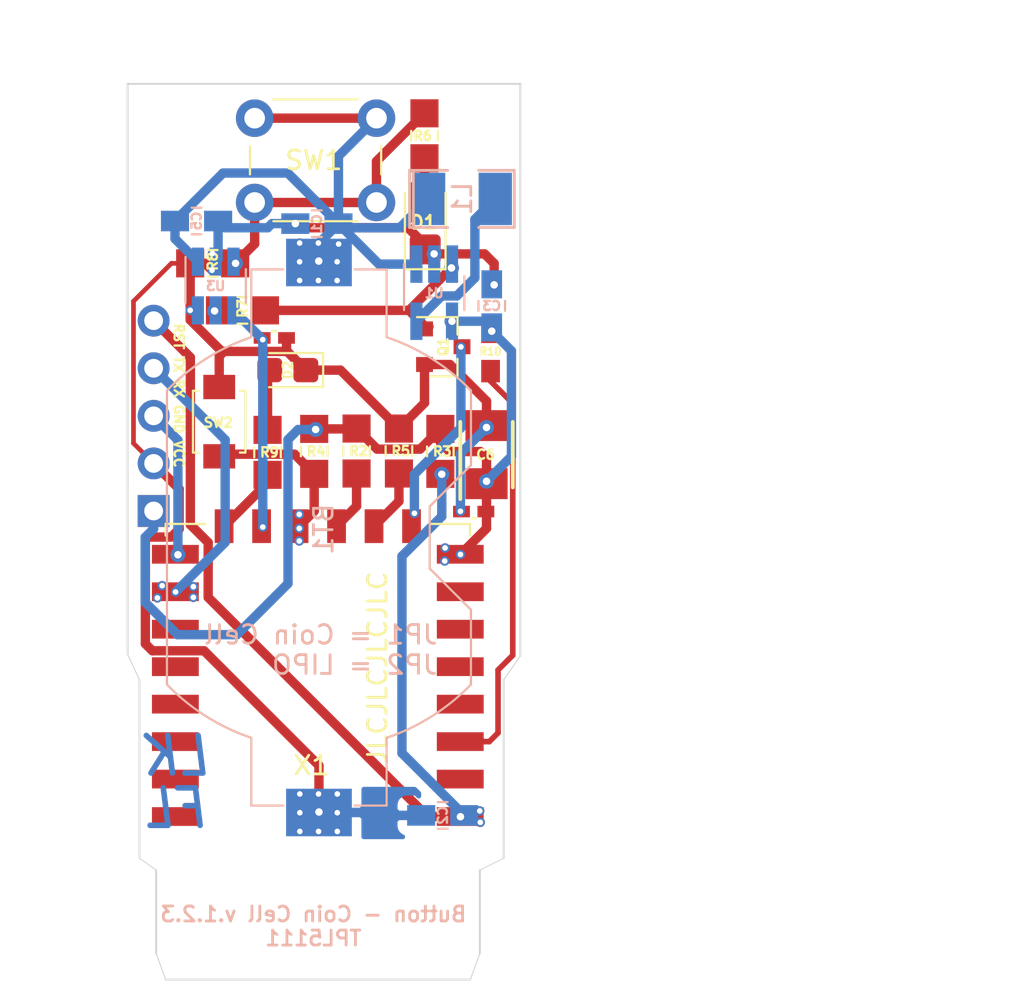
<source format=kicad_pcb>
(kicad_pcb (version 20171130) (host pcbnew "(5.1.9)-1")

  (general
    (thickness 1.6)
    (drawings 26)
    (tracks 204)
    (zones 0)
    (modules 27)
    (nets 20)
  )

  (page A4)
  (layers
    (0 F.Cu signal)
    (31 B.Cu signal)
    (32 B.Adhes user)
    (33 F.Adhes user)
    (34 B.Paste user)
    (35 F.Paste user)
    (36 B.SilkS user)
    (37 F.SilkS user)
    (38 B.Mask user)
    (39 F.Mask user)
    (40 Dwgs.User user)
    (41 Cmts.User user)
    (42 Eco1.User user)
    (43 Eco2.User user)
    (44 Edge.Cuts user)
    (45 Margin user)
    (46 B.CrtYd user hide)
    (47 F.CrtYd user hide)
    (48 B.Fab user hide)
    (49 F.Fab user)
  )

  (setup
    (last_trace_width 0.5)
    (user_trace_width 0.3)
    (user_trace_width 0.5)
    (trace_clearance 0.1)
    (zone_clearance 0.508)
    (zone_45_only no)
    (trace_min 0.2)
    (via_size 0.8)
    (via_drill 0.4)
    (via_min_size 0.4)
    (via_min_drill 0.3)
    (user_via 0.5 0.3)
    (uvia_size 0.3)
    (uvia_drill 0.1)
    (uvias_allowed no)
    (uvia_min_size 0.2)
    (uvia_min_drill 0.1)
    (edge_width 0.05)
    (segment_width 0.2)
    (pcb_text_width 0.3)
    (pcb_text_size 1.5 1.5)
    (mod_edge_width 0.12)
    (mod_text_size 1 1)
    (mod_text_width 0.15)
    (pad_size 1.524 1.524)
    (pad_drill 0.762)
    (pad_to_mask_clearance 0.051)
    (solder_mask_min_width 0.25)
    (aux_axis_origin 0 0)
    (visible_elements 7FFFFFFF)
    (pcbplotparams
      (layerselection 0x010fc_ffffffff)
      (usegerberextensions false)
      (usegerberattributes false)
      (usegerberadvancedattributes true)
      (creategerberjobfile false)
      (excludeedgelayer true)
      (linewidth 0.150000)
      (plotframeref false)
      (viasonmask false)
      (mode 1)
      (useauxorigin true)
      (hpglpennumber 1)
      (hpglpenspeed 20)
      (hpglpendiameter 15.000000)
      (psnegative false)
      (psa4output false)
      (plotreference true)
      (plotvalue true)
      (plotinvisibletext false)
      (padsonsilk false)
      (subtractmaskfromsilk false)
      (outputformat 1)
      (mirror false)
      (drillshape 0)
      (scaleselection 1)
      (outputdirectory "Gerber/"))
  )

  (net 0 "")
  (net 1 /VCC)
  (net 2 /GND)
  (net 3 /RST)
  (net 4 /RX)
  (net 5 /TX)
  (net 6 /EN)
  (net 7 /GPIO2)
  (net 8 /GPIO0)
  (net 9 "Net-(BT1-Pad1)")
  (net 10 "Net-(L1-Pad2)")
  (net 11 /GPIO15)
  (net 12 /GPIO4)
  (net 13 "Net-(D2-Pad2)")
  (net 14 /GPIO5)
  (net 15 "Net-(D1-Pad2)")
  (net 16 "Net-(R6-Pad2)")
  (net 17 "Net-(R7-Pad1)")
  (net 18 "Net-(Q1-Pad1)")
  (net 19 /GND_ESP)

  (net_class Default "This is the default net class."
    (clearance 0.1)
    (trace_width 0.25)
    (via_dia 0.8)
    (via_drill 0.4)
    (uvia_dia 0.3)
    (uvia_drill 0.1)
    (add_net /EN)
    (add_net /GND)
    (add_net /GND_ESP)
    (add_net /GPIO0)
    (add_net /GPIO15)
    (add_net /GPIO2)
    (add_net /GPIO4)
    (add_net /GPIO5)
    (add_net /RST)
    (add_net /RX)
    (add_net /TX)
    (add_net /VCC)
    (add_net "Net-(BT1-Pad1)")
    (add_net "Net-(D1-Pad2)")
    (add_net "Net-(D2-Pad2)")
    (add_net "Net-(L1-Pad2)")
    (add_net "Net-(Q1-Pad1)")
    (add_net "Net-(R6-Pad2)")
    (add_net "Net-(R7-Pad1)")
  )

  (module handsolder:C_0402_1005Metric_Pad0.74x0.62mm_HandSoldermod (layer F.Cu) (tedit 6036714F) (tstamp 6036CEBD)
    (at 134.0358 77.37856 180)
    (descr "Capacitor SMD 0402 (1005 Metric), square (rectangular) end terminal, IPC_7351 nominal with elongated pad for handsoldering. (Body size source: IPC-SM-782 page 76, https://www.pcb-3d.com/wordpress/wp-content/uploads/ipc-sm-782a_amendment_1_and_2.pdf), generated with kicad-footprint-generator")
    (tags "capacitor handsolder")
    (path /60367F97)
    (attr smd)
    (fp_text reference C7 (at 0 0) (layer F.SilkS) hide
      (effects (font (size 0.5 0.5) (thickness 0.125)))
    )
    (fp_text value 100nF (at 0 1.16) (layer F.Fab)
      (effects (font (size 1 1) (thickness 0.15)))
    )
    (fp_text user %R (at 0 0) (layer F.Fab)
      (effects (font (size 0.25 0.25) (thickness 0.04)))
    )
    (fp_line (start 1.08 0.46) (end -1.08 0.46) (layer F.CrtYd) (width 0.05))
    (fp_line (start 1.08 -0.46) (end 1.08 0.46) (layer F.CrtYd) (width 0.05))
    (fp_line (start -1.08 -0.46) (end 1.08 -0.46) (layer F.CrtYd) (width 0.05))
    (fp_line (start -1.08 0.46) (end -1.08 -0.46) (layer F.CrtYd) (width 0.05))
    (fp_line (start -0.115835 -0.36) (end 0.115835 -0.36) (layer F.SilkS) (width 0.12))
    (fp_line (start 0.5 0.25) (end -0.5 0.25) (layer F.Fab) (width 0.1))
    (fp_line (start 0.5 -0.25) (end 0.5 0.25) (layer F.Fab) (width 0.1))
    (fp_line (start -0.5 -0.25) (end 0.5 -0.25) (layer F.Fab) (width 0.1))
    (fp_line (start -0.5 0.25) (end -0.5 -0.25) (layer F.Fab) (width 0.1))
    (pad 2 smd rect (at 0.65 0 180) (size 0.9 0.62) (layers F.Cu F.Paste F.Mask)
      (net 2 /GND))
    (pad 1 smd rect (at -0.65 0 180) (size 0.9 0.62) (layers F.Cu F.Paste F.Mask)
      (net 1 /VCC))
    (model ${KISYS3DMOD}/Capacitor_SMD.3dshapes/C_0402_1005Metric.wrl
      (at (xyz 0 0 0))
      (scale (xyz 1 1 1))
      (rotate (xyz 0 0 0))
    )
  )

  (module SamacSys_Parts:CAPPM3528X210N (layer F.Cu) (tedit 60364A5B) (tstamp 603688CA)
    (at 134.7216 74.34072 90)
    (descr T495B-10)
    (tags "Capacitor Polarised")
    (path /60363CFF)
    (attr smd)
    (fp_text reference C6 (at 0 -0.05 180) (layer F.SilkS)
      (effects (font (size 0.5 0.5) (thickness 0.125)))
    )
    (fp_text value TAJB476M010TNJ (at 0 0 270) (layer F.SilkS) hide
      (effects (font (size 1.27 1.27) (thickness 0.254)))
    )
    (fp_text user %R (at 0 0 270) (layer F.Fab)
      (effects (font (size 1.27 1.27) (thickness 0.254)))
    )
    (fp_line (start -1.75 1.4) (end 1.75 1.4) (layer F.SilkS) (width 0.2))
    (fp_line (start 1.75 -1.4) (end -2.375 -1.4) (layer F.SilkS) (width 0.2))
    (fp_line (start -1.75 -0.575) (end -0.925 -1.4) (layer F.Fab) (width 0.1))
    (fp_line (start -1.75 1.4) (end -1.75 -1.4) (layer F.Fab) (width 0.1))
    (fp_line (start 1.75 1.4) (end -1.75 1.4) (layer F.Fab) (width 0.1))
    (fp_line (start 1.75 -1.4) (end 1.75 1.4) (layer F.Fab) (width 0.1))
    (fp_line (start -1.75 -1.4) (end 1.75 -1.4) (layer F.Fab) (width 0.1))
    (fp_line (start -2.625 1.75) (end -2.625 -1.75) (layer F.CrtYd) (width 0.05))
    (fp_line (start 2.625 1.75) (end -2.625 1.75) (layer F.CrtYd) (width 0.05))
    (fp_line (start 2.625 -1.75) (end 2.625 1.75) (layer F.CrtYd) (width 0.05))
    (fp_line (start -2.625 -1.75) (end 2.625 -1.75) (layer F.CrtYd) (width 0.05))
    (pad 2 smd rect (at 1.55 0 90) (size 1.65 2.25) (layers F.Cu F.Paste F.Mask)
      (net 2 /GND))
    (pad 1 smd rect (at -1.55 0 90) (size 1.65 2.25) (layers F.Cu F.Paste F.Mask)
      (net 1 /VCC))
    (model "C:\\Program Files\\KiCad\\SamacSys_Parts.3dshapes\\T495B476K006ATE450.stp"
      (at (xyz 0 0 0))
      (scale (xyz 1 1 1))
      (rotate (xyz 0 0 0))
    )
  )

  (module handsolder:SOT-23-5_HandSolderingmod (layer B.Cu) (tedit 6035922E) (tstamp 60329F06)
    (at 131.93 65.72 270)
    (descr "5-pin SOT23 package")
    (tags "SOT-23-5 hand-soldering")
    (path /6033543B)
    (attr smd)
    (fp_text reference U1 (at 0 0 180) (layer B.SilkS)
      (effects (font (size 0.5 0.5) (thickness 0.125)) (justify mirror))
    )
    (fp_text value TPS61097A (at 10.287 -1.143 90) (layer B.SilkS) hide
      (effects (font (size 1 1) (thickness 0.15)) (justify mirror))
    )
    (fp_line (start 2.38 -1.8) (end -2.38 -1.8) (layer B.CrtYd) (width 0.05))
    (fp_line (start 2.38 -1.8) (end 2.38 1.8) (layer B.CrtYd) (width 0.05))
    (fp_line (start -2.38 1.8) (end -2.38 -1.8) (layer B.CrtYd) (width 0.05))
    (fp_line (start -2.38 1.8) (end 2.38 1.8) (layer B.CrtYd) (width 0.05))
    (fp_line (start 0.9 1.55) (end 0.9 -1.55) (layer B.Fab) (width 0.1))
    (fp_line (start 0.9 -1.55) (end -0.9 -1.55) (layer B.Fab) (width 0.1))
    (fp_line (start -0.9 0.9) (end -0.9 -1.55) (layer B.Fab) (width 0.1))
    (fp_line (start 0.9 1.55) (end -0.25 1.55) (layer B.Fab) (width 0.1))
    (fp_line (start -0.9 0.9) (end -0.25 1.55) (layer B.Fab) (width 0.1))
    (fp_line (start 0.9 1.61) (end -1.55 1.61) (layer B.SilkS) (width 0.12))
    (fp_line (start -0.9 -1.61) (end 0.9 -1.61) (layer B.SilkS) (width 0.12))
    (fp_text user %R (at 0 0) (layer B.Fab)
      (effects (font (size 0.5 0.5) (thickness 0.075)) (justify mirror))
    )
    (pad 5 smd rect (at 1.5 0.95 270) (size 2 0.65) (layers B.Cu B.Paste B.Mask)
      (net 10 "Net-(L1-Pad2)"))
    (pad 4 smd rect (at 1.5 -0.95 270) (size 2 0.65) (layers B.Cu B.Paste B.Mask)
      (net 1 /VCC))
    (pad 3 smd rect (at -1.55 -0.95 270) (size 2 0.65) (layers B.Cu B.Paste B.Mask)
      (net 18 "Net-(Q1-Pad1)"))
    (pad 2 smd trapezoid (at -1.55 0 270) (size 2 0.65) (layers B.Cu B.Paste B.Mask)
      (net 2 /GND))
    (pad 1 smd rect (at -1.55 0.95 270) (size 2 0.65) (layers B.Cu B.Paste B.Mask)
      (net 9 "Net-(BT1-Pad1)"))
    (model ${KISYS3DMOD}/Package_TO_SOT_SMD.3dshapes/SOT-23-5.wrl
      (at (xyz 0 0 0))
      (scale (xyz 1 1 1))
      (rotate (xyz 0 0 0))
    )
  )

  (module handsolder:SOT-23-6handsoldering (layer B.Cu) (tedit 603591F5) (tstamp 6032696B)
    (at 120.27 65.34 270)
    (descr "6-pin SOT-23 package")
    (tags SOT-23-6)
    (path /6031B6A7)
    (attr smd)
    (fp_text reference U3 (at 0 0 180) (layer B.SilkS)
      (effects (font (size 0.5 0.5) (thickness 0.125)) (justify mirror))
    )
    (fp_text value TPL5111 (at 0 -2.9 270) (layer B.Fab)
      (effects (font (size 1 1) (thickness 0.15)) (justify mirror))
    )
    (fp_line (start 0.9 1.55) (end 0.9 -1.55) (layer B.Fab) (width 0.1))
    (fp_line (start 0.9 -1.55) (end -0.9 -1.55) (layer B.Fab) (width 0.1))
    (fp_line (start -0.9 0.9) (end -0.9 -1.55) (layer B.Fab) (width 0.1))
    (fp_line (start 0.9 1.55) (end -0.25 1.55) (layer B.Fab) (width 0.1))
    (fp_line (start -0.9 0.9) (end -0.25 1.55) (layer B.Fab) (width 0.1))
    (fp_line (start -1.9 1.8) (end -1.9 -1.8) (layer B.CrtYd) (width 0.05))
    (fp_line (start -1.9 -1.8) (end 1.9 -1.8) (layer B.CrtYd) (width 0.05))
    (fp_line (start 1.9 -1.8) (end 1.9 1.8) (layer B.CrtYd) (width 0.05))
    (fp_line (start 1.9 1.8) (end -1.9 1.8) (layer B.CrtYd) (width 0.05))
    (fp_line (start 0.9 1.61) (end -1.55 1.61) (layer B.SilkS) (width 0.12))
    (fp_line (start -0.9 -1.61) (end 0.9 -1.61) (layer B.SilkS) (width 0.12))
    (fp_text user %R (at 0 0) (layer B.Fab)
      (effects (font (size 0.5 0.5) (thickness 0.075)) (justify mirror))
    )
    (pad 5 smd rect (at 1.3 0 270) (size 1.5 0.65) (layers B.Cu B.Paste B.Mask)
      (net 17 "Net-(R7-Pad1)"))
    (pad 6 smd rect (at 1.3 0.95 270) (size 1.5 0.65) (layers B.Cu B.Paste B.Mask)
      (net 2 /GND))
    (pad 4 smd rect (at 1.3 -0.95 270) (size 1.5 0.65) (layers B.Cu B.Paste B.Mask)
      (net 12 /GPIO4))
    (pad 3 smd rect (at -1.3 -0.95 270) (size 1.5 0.65) (layers B.Cu B.Paste B.Mask)
      (net 16 "Net-(R6-Pad2)"))
    (pad 2 smd rect (at -1.3 0 270) (size 1.5 0.65) (layers B.Cu B.Paste B.Mask)
      (net 2 /GND))
    (pad 1 smd rect (at -1.3 0.95 270) (size 1.5 0.65) (layers B.Cu B.Paste B.Mask)
      (net 9 "Net-(BT1-Pad1)"))
    (model ${KISYS3DMOD}/Package_TO_SOT_SMD.3dshapes/SOT-23-6.wrl
      (at (xyz 0 0 0))
      (scale (xyz 1 1 1))
      (rotate (xyz 0 0 0))
    )
  )

  (module handsolder:C_0805_2012handsodermod (layer B.Cu) (tedit 603591CC) (tstamp 603267E5)
    (at 135 66.4 90)
    (descr "Capacitor SMD 0805 (2012 Metric), square (rectangular) end terminal, IPC_7351 nominal with elongated pad for handsoldering. (Body size source: https://docs.google.com/spreadsheets/d/1BsfQQcO9C6DZCsRaXUlFlo91Tg2WpOkGARC1WS5S8t0/edit?usp=sharing), generated with kicad-footprint-generator")
    (tags "capacitor handsolder")
    (path /602E3D4A)
    (attr smd)
    (fp_text reference C3 (at 0 0 180) (layer B.SilkS)
      (effects (font (size 0.5 0.5) (thickness 0.125)) (justify mirror))
    )
    (fp_text value 10uF (at 0 -1.65 90) (layer B.Fab) hide
      (effects (font (size 1 1) (thickness 0.15)) (justify mirror))
    )
    (fp_line (start -1 -0.6) (end -1 0.6) (layer B.Fab) (width 0.1))
    (fp_line (start -1 0.6) (end 1 0.6) (layer B.Fab) (width 0.1))
    (fp_line (start 1 0.6) (end 1 -0.6) (layer B.Fab) (width 0.1))
    (fp_line (start 1 -0.6) (end -1 -0.6) (layer B.Fab) (width 0.1))
    (fp_line (start -0.261252 0.71) (end 0.261252 0.71) (layer B.SilkS) (width 0.12))
    (fp_line (start -0.261252 -0.71) (end 0.261252 -0.71) (layer B.SilkS) (width 0.12))
    (fp_line (start -2 -0.95) (end -2 0.95) (layer B.CrtYd) (width 0.05))
    (fp_line (start -2 0.95) (end 2.05 0.95) (layer B.CrtYd) (width 0.05))
    (fp_line (start 2.05 0.95) (end 2.05 -0.95) (layer B.CrtYd) (width 0.05))
    (fp_line (start 2.05 -0.95) (end -2 -0.95) (layer B.CrtYd) (width 0.05))
    (fp_text user %R (at 0 0 90) (layer B.Fab)
      (effects (font (size 0.5 0.5) (thickness 0.08)) (justify mirror))
    )
    (pad 2 smd rect (at 1.15 0 90) (size 1.5 1.1) (layers B.Cu B.Paste B.Mask)
      (net 2 /GND))
    (pad 1 smd rect (at -1.15 0 90) (size 1.5 1.1) (layers B.Cu B.Paste B.Mask)
      (net 1 /VCC))
    (model ${KISYS3DMOD}/Capacitor_SMD.3dshapes/C_0805_2012Metric.wrl
      (at (xyz 0 0 0))
      (scale (xyz 1 1 1))
      (rotate (xyz 0 0 0))
    )
  )

  (module handsolder:C_0805_2012handsodermod (layer B.Cu) (tedit 603591CC) (tstamp 6034EE59)
    (at 119.25 61.87 180)
    (descr "Capacitor SMD 0805 (2012 Metric), square (rectangular) end terminal, IPC_7351 nominal with elongated pad for handsoldering. (Body size source: https://docs.google.com/spreadsheets/d/1BsfQQcO9C6DZCsRaXUlFlo91Tg2WpOkGARC1WS5S8t0/edit?usp=sharing), generated with kicad-footprint-generator")
    (tags "capacitor handsolder")
    (path /6034F227)
    (attr smd)
    (fp_text reference C5 (at 0 0 270) (layer B.SilkS)
      (effects (font (size 0.5 0.5) (thickness 0.125)) (justify mirror))
    )
    (fp_text value 100nF (at 0 -1.65) (layer B.Fab) hide
      (effects (font (size 1 1) (thickness 0.15)) (justify mirror))
    )
    (fp_line (start -1 -0.6) (end -1 0.6) (layer B.Fab) (width 0.1))
    (fp_line (start -1 0.6) (end 1 0.6) (layer B.Fab) (width 0.1))
    (fp_line (start 1 0.6) (end 1 -0.6) (layer B.Fab) (width 0.1))
    (fp_line (start 1 -0.6) (end -1 -0.6) (layer B.Fab) (width 0.1))
    (fp_line (start -0.261252 0.71) (end 0.261252 0.71) (layer B.SilkS) (width 0.12))
    (fp_line (start -0.261252 -0.71) (end 0.261252 -0.71) (layer B.SilkS) (width 0.12))
    (fp_line (start -2 -0.95) (end -2 0.95) (layer B.CrtYd) (width 0.05))
    (fp_line (start -2 0.95) (end 2.05 0.95) (layer B.CrtYd) (width 0.05))
    (fp_line (start 2.05 0.95) (end 2.05 -0.95) (layer B.CrtYd) (width 0.05))
    (fp_line (start 2.05 -0.95) (end -2 -0.95) (layer B.CrtYd) (width 0.05))
    (fp_text user %R (at 0 0) (layer B.Fab)
      (effects (font (size 0.5 0.5) (thickness 0.08)) (justify mirror))
    )
    (pad 2 smd rect (at 1.15 0 180) (size 1.5 1.1) (layers B.Cu B.Paste B.Mask)
      (net 9 "Net-(BT1-Pad1)"))
    (pad 1 smd rect (at -1.15 0 180) (size 1.5 1.1) (layers B.Cu B.Paste B.Mask)
      (net 2 /GND))
    (model ${KISYS3DMOD}/Capacitor_SMD.3dshapes/C_0805_2012Metric.wrl
      (at (xyz 0 0 0))
      (scale (xyz 1 1 1))
      (rotate (xyz 0 0 0))
    )
  )

  (module handsolder:C_0805_2012handsodermod (layer B.Cu) (tedit 603591CC) (tstamp 603267C3)
    (at 125.67 62.01)
    (descr "Capacitor SMD 0805 (2012 Metric), square (rectangular) end terminal, IPC_7351 nominal with elongated pad for handsoldering. (Body size source: https://docs.google.com/spreadsheets/d/1BsfQQcO9C6DZCsRaXUlFlo91Tg2WpOkGARC1WS5S8t0/edit?usp=sharing), generated with kicad-footprint-generator")
    (tags "capacitor handsolder")
    (path /602D0C1F)
    (attr smd)
    (fp_text reference C1 (at 0 0 -90) (layer B.SilkS)
      (effects (font (size 0.5 0.5) (thickness 0.125)) (justify mirror))
    )
    (fp_text value 10uF (at 0 -1.65) (layer B.Fab) hide
      (effects (font (size 1 1) (thickness 0.15)) (justify mirror))
    )
    (fp_line (start -1 -0.6) (end -1 0.6) (layer B.Fab) (width 0.1))
    (fp_line (start -1 0.6) (end 1 0.6) (layer B.Fab) (width 0.1))
    (fp_line (start 1 0.6) (end 1 -0.6) (layer B.Fab) (width 0.1))
    (fp_line (start 1 -0.6) (end -1 -0.6) (layer B.Fab) (width 0.1))
    (fp_line (start -0.261252 0.71) (end 0.261252 0.71) (layer B.SilkS) (width 0.12))
    (fp_line (start -0.261252 -0.71) (end 0.261252 -0.71) (layer B.SilkS) (width 0.12))
    (fp_line (start -2 -0.95) (end -2 0.95) (layer B.CrtYd) (width 0.05))
    (fp_line (start -2 0.95) (end 2.05 0.95) (layer B.CrtYd) (width 0.05))
    (fp_line (start 2.05 0.95) (end 2.05 -0.95) (layer B.CrtYd) (width 0.05))
    (fp_line (start 2.05 -0.95) (end -2 -0.95) (layer B.CrtYd) (width 0.05))
    (fp_text user %R (at 0 0) (layer B.Fab)
      (effects (font (size 0.5 0.5) (thickness 0.08)) (justify mirror))
    )
    (pad 2 smd rect (at 1.15 0) (size 1.5 1.1) (layers B.Cu B.Paste B.Mask)
      (net 9 "Net-(BT1-Pad1)"))
    (pad 1 smd rect (at -1.15 0) (size 1.5 1.1) (layers B.Cu B.Paste B.Mask)
      (net 2 /GND))
    (model ${KISYS3DMOD}/Capacitor_SMD.3dshapes/C_0805_2012Metric.wrl
      (at (xyz 0 0 0))
      (scale (xyz 1 1 1))
      (rotate (xyz 0 0 0))
    )
  )

  (module handsolder:C_0805_2012handsodermod (layer B.Cu) (tedit 603591CC) (tstamp 603267D4)
    (at 132.3848 93.599)
    (descr "Capacitor SMD 0805 (2012 Metric), square (rectangular) end terminal, IPC_7351 nominal with elongated pad for handsoldering. (Body size source: https://docs.google.com/spreadsheets/d/1BsfQQcO9C6DZCsRaXUlFlo91Tg2WpOkGARC1WS5S8t0/edit?usp=sharing), generated with kicad-footprint-generator")
    (tags "capacitor handsolder")
    (path /602C896A)
    (attr smd)
    (fp_text reference C2 (at 0 0 -90) (layer B.SilkS)
      (effects (font (size 0.5 0.5) (thickness 0.125)) (justify mirror))
    )
    (fp_text value 100nF (at 0 -1.65) (layer B.Fab) hide
      (effects (font (size 1 1) (thickness 0.15)) (justify mirror))
    )
    (fp_line (start -1 -0.6) (end -1 0.6) (layer B.Fab) (width 0.1))
    (fp_line (start -1 0.6) (end 1 0.6) (layer B.Fab) (width 0.1))
    (fp_line (start 1 0.6) (end 1 -0.6) (layer B.Fab) (width 0.1))
    (fp_line (start 1 -0.6) (end -1 -0.6) (layer B.Fab) (width 0.1))
    (fp_line (start -0.261252 0.71) (end 0.261252 0.71) (layer B.SilkS) (width 0.12))
    (fp_line (start -0.261252 -0.71) (end 0.261252 -0.71) (layer B.SilkS) (width 0.12))
    (fp_line (start -2 -0.95) (end -2 0.95) (layer B.CrtYd) (width 0.05))
    (fp_line (start -2 0.95) (end 2.05 0.95) (layer B.CrtYd) (width 0.05))
    (fp_line (start 2.05 0.95) (end 2.05 -0.95) (layer B.CrtYd) (width 0.05))
    (fp_line (start 2.05 -0.95) (end -2 -0.95) (layer B.CrtYd) (width 0.05))
    (fp_text user %R (at 0 0) (layer B.Fab)
      (effects (font (size 0.5 0.5) (thickness 0.08)) (justify mirror))
    )
    (pad 2 smd rect (at 1.15 0) (size 1.5 1.1) (layers B.Cu B.Paste B.Mask)
      (net 3 /RST))
    (pad 1 smd rect (at -1.15 0) (size 1.5 1.1) (layers B.Cu B.Paste B.Mask)
      (net 2 /GND))
    (model ${KISYS3DMOD}/Capacitor_SMD.3dshapes/C_0805_2012Metric.wrl
      (at (xyz 0 0 0))
      (scale (xyz 1 1 1))
      (rotate (xyz 0 0 0))
    )
  )

  (module LED_SMD:LED_0805_2012Metric_Castellated (layer F.Cu) (tedit 60359125) (tstamp 6032680B)
    (at 124.12 69.83 180)
    (descr "LED SMD 0805 (2012 Metric), castellated end terminal, IPC_7351 nominal, (Body size source: https://docs.google.com/spreadsheets/d/1BsfQQcO9C6DZCsRaXUlFlo91Tg2WpOkGARC1WS5S8t0/edit?usp=sharing), generated with kicad-footprint-generator")
    (tags "LED castellated")
    (path /6032747F)
    (attr smd)
    (fp_text reference D2 (at 0 0 90) (layer F.SilkS)
      (effects (font (size 0.5 0.5) (thickness 0.125)))
    )
    (fp_text value LED (at 0 1.6 180) (layer F.Fab)
      (effects (font (size 1 1) (thickness 0.15)))
    )
    (fp_line (start 1.88 0.9) (end -1.88 0.9) (layer F.CrtYd) (width 0.05))
    (fp_line (start 1.88 -0.9) (end 1.88 0.9) (layer F.CrtYd) (width 0.05))
    (fp_line (start -1.88 -0.9) (end 1.88 -0.9) (layer F.CrtYd) (width 0.05))
    (fp_line (start -1.88 0.9) (end -1.88 -0.9) (layer F.CrtYd) (width 0.05))
    (fp_line (start -1.885 0.91) (end 1 0.91) (layer F.SilkS) (width 0.12))
    (fp_line (start -1.885 -0.91) (end -1.885 0.91) (layer F.SilkS) (width 0.12))
    (fp_line (start 1 -0.91) (end -1.885 -0.91) (layer F.SilkS) (width 0.12))
    (fp_line (start 1 0.6) (end 1 -0.6) (layer F.Fab) (width 0.1))
    (fp_line (start -1 0.6) (end 1 0.6) (layer F.Fab) (width 0.1))
    (fp_line (start -1 -0.3) (end -1 0.6) (layer F.Fab) (width 0.1))
    (fp_line (start -0.7 -0.6) (end -1 -0.3) (layer F.Fab) (width 0.1))
    (fp_line (start 1 -0.6) (end -0.7 -0.6) (layer F.Fab) (width 0.1))
    (fp_text user %R (at 0 0 180) (layer F.Fab)
      (effects (font (size 0.5 0.5) (thickness 0.08)))
    )
    (pad 2 smd roundrect (at 0.9625 0 180) (size 1.325 1.3) (layers F.Cu F.Paste F.Mask) (roundrect_rratio 0.1923076923076923)
      (net 13 "Net-(D2-Pad2)"))
    (pad 1 smd roundrect (at -0.9625 0 180) (size 1.325 1.3) (layers F.Cu F.Paste F.Mask) (roundrect_rratio 0.1923076923076923)
      (net 2 /GND))
    (model ${KISYS3DMOD}/LED_SMD.3dshapes/LED_0805_2012Metric_Castellated.wrl
      (at (xyz 0 0 0))
      (scale (xyz 1 1 1))
      (rotate (xyz 0 0 0))
    )
  )

  (module Resistor_SMD:R_0603_1608Metric_Pad0.98x0.95mm_HandSolder (layer F.Cu) (tedit 603590E8) (tstamp 60355EE0)
    (at 134.9375 68.834 90)
    (descr "Resistor SMD 0603 (1608 Metric), square (rectangular) end terminal, IPC_7351 nominal with elongated pad for handsoldering. (Body size source: IPC-SM-782 page 72, https://www.pcb-3d.com/wordpress/wp-content/uploads/ipc-sm-782a_amendment_1_and_2.pdf), generated with kicad-footprint-generator")
    (tags "resistor handsolder")
    (path /6035D6F9)
    (attr smd)
    (fp_text reference R10 (at 0 0 180) (layer F.SilkS)
      (effects (font (size 0.4 0.4) (thickness 0.1)))
    )
    (fp_text value 10k (at 0 1.43 90) (layer F.Fab)
      (effects (font (size 1 1) (thickness 0.15)))
    )
    (fp_line (start 1.65 0.73) (end -1.65 0.73) (layer F.CrtYd) (width 0.05))
    (fp_line (start 1.65 -0.73) (end 1.65 0.73) (layer F.CrtYd) (width 0.05))
    (fp_line (start -1.65 -0.73) (end 1.65 -0.73) (layer F.CrtYd) (width 0.05))
    (fp_line (start -1.65 0.73) (end -1.65 -0.73) (layer F.CrtYd) (width 0.05))
    (fp_line (start 0.8 0.4125) (end -0.8 0.4125) (layer F.Fab) (width 0.1))
    (fp_line (start 0.8 -0.4125) (end 0.8 0.4125) (layer F.Fab) (width 0.1))
    (fp_line (start -0.8 -0.4125) (end 0.8 -0.4125) (layer F.Fab) (width 0.1))
    (fp_line (start -0.8 0.4125) (end -0.8 -0.4125) (layer F.Fab) (width 0.1))
    (fp_text user %R (at 0 0 90) (layer F.Fab)
      (effects (font (size 0.4 0.4) (thickness 0.06)))
    )
    (pad 2 smd rect (at 1.05 0 90) (size 1.2 1) (layers F.Cu F.Paste F.Mask)
      (net 1 /VCC))
    (pad 1 smd rect (at -1.05 0 90) (size 1.2 1) (layers F.Cu F.Paste F.Mask)
      (net 6 /EN))
    (model ${KISYS3DMOD}/Resistor_SMD.3dshapes/R_0603_1608Metric.wrl
      (at (xyz 0 0 0))
      (scale (xyz 1 1 1))
      (rotate (xyz 0 0 0))
    )
  )

  (module Package_TO_SOT_SMD:SOT-23 (layer F.Cu) (tedit 60359091) (tstamp 603575E6)
    (at 132.4135 68.58)
    (descr "SOT-23, Standard")
    (tags SOT-23)
    (path /6035DDF2)
    (attr smd)
    (fp_text reference Q1 (at 0 0 90) (layer F.SilkS)
      (effects (font (size 0.5 0.5) (thickness 0.125)))
    )
    (fp_text value mmbt2222 (at 0 2.5) (layer F.Fab)
      (effects (font (size 1 1) (thickness 0.15)))
    )
    (fp_line (start -0.7 -0.95) (end -0.7 1.5) (layer F.Fab) (width 0.1))
    (fp_line (start -0.15 -1.52) (end 0.7 -1.52) (layer F.Fab) (width 0.1))
    (fp_line (start -0.7 -0.95) (end -0.15 -1.52) (layer F.Fab) (width 0.1))
    (fp_line (start 0.7 -1.52) (end 0.7 1.52) (layer F.Fab) (width 0.1))
    (fp_line (start -0.7 1.52) (end 0.7 1.52) (layer F.Fab) (width 0.1))
    (fp_line (start 0.76 1.58) (end 0.76 0.65) (layer F.SilkS) (width 0.12))
    (fp_line (start 0.76 -1.58) (end 0.76 -0.65) (layer F.SilkS) (width 0.12))
    (fp_line (start -1.7 -1.75) (end 1.7 -1.75) (layer F.CrtYd) (width 0.05))
    (fp_line (start 1.7 -1.75) (end 1.7 1.75) (layer F.CrtYd) (width 0.05))
    (fp_line (start 1.7 1.75) (end -1.7 1.75) (layer F.CrtYd) (width 0.05))
    (fp_line (start -1.7 1.75) (end -1.7 -1.75) (layer F.CrtYd) (width 0.05))
    (fp_line (start 0.76 -1.58) (end -1.4 -1.58) (layer F.SilkS) (width 0.12))
    (fp_line (start 0.76 1.58) (end -0.7 1.58) (layer F.SilkS) (width 0.12))
    (fp_text user %R (at 0 0 90) (layer F.Fab)
      (effects (font (size 0.5 0.5) (thickness 0.075)))
    )
    (pad 3 smd rect (at 1 0) (size 0.9 0.8) (layers F.Cu F.Paste F.Mask)
      (net 19 /GND_ESP))
    (pad 2 smd rect (at -1 0.95) (size 0.9 0.8) (layers F.Cu F.Paste F.Mask)
      (net 2 /GND))
    (pad 1 smd rect (at -1 -0.95) (size 0.9 0.8) (layers F.Cu F.Paste F.Mask)
      (net 18 "Net-(Q1-Pad1)"))
    (model ${KISYS3DMOD}/Package_TO_SOT_SMD.3dshapes/SOT-23.wrl
      (at (xyz 0 0 0))
      (scale (xyz 1 1 1))
      (rotate (xyz 0 0 0))
    )
  )

  (module handsolder:C_0402_1005Metric_Pad0.74x0.62mm_HandSoldermod (layer F.Cu) (tedit 6035905E) (tstamp 60343322)
    (at 123.4 68.11)
    (descr "Capacitor SMD 0402 (1005 Metric), square (rectangular) end terminal, IPC_7351 nominal with elongated pad for handsoldering. (Body size source: IPC-SM-782 page 76, https://www.pcb-3d.com/wordpress/wp-content/uploads/ipc-sm-782a_amendment_1_and_2.pdf), generated with kicad-footprint-generator")
    (tags "capacitor handsolder")
    (path /603444C4)
    (attr smd)
    (fp_text reference C4 (at 0 0.65) (layer F.SilkS) hide
      (effects (font (size 0.5 0.5) (thickness 0.125)))
    )
    (fp_text value "10nf -100nf" (at 0 1.16) (layer F.Fab)
      (effects (font (size 1 1) (thickness 0.15)))
    )
    (fp_line (start -0.5 0.25) (end -0.5 -0.25) (layer F.Fab) (width 0.1))
    (fp_line (start -0.5 -0.25) (end 0.5 -0.25) (layer F.Fab) (width 0.1))
    (fp_line (start 0.5 -0.25) (end 0.5 0.25) (layer F.Fab) (width 0.1))
    (fp_line (start 0.5 0.25) (end -0.5 0.25) (layer F.Fab) (width 0.1))
    (fp_line (start -0.115835 -0.36) (end 0.115835 -0.36) (layer F.SilkS) (width 0.12))
    (fp_line (start -1.08 0.46) (end -1.08 -0.46) (layer F.CrtYd) (width 0.05))
    (fp_line (start -1.08 -0.46) (end 1.08 -0.46) (layer F.CrtYd) (width 0.05))
    (fp_line (start 1.08 -0.46) (end 1.08 0.46) (layer F.CrtYd) (width 0.05))
    (fp_line (start 1.08 0.46) (end -1.08 0.46) (layer F.CrtYd) (width 0.05))
    (fp_text user %R (at 0 0) (layer F.Fab)
      (effects (font (size 0.25 0.25) (thickness 0.04)))
    )
    (pad 2 smd rect (at 0.65 0) (size 0.9 0.62) (layers F.Cu F.Paste F.Mask)
      (net 2 /GND))
    (pad 1 smd rect (at -0.65 0) (size 0.9 0.62) (layers F.Cu F.Paste F.Mask)
      (net 12 /GPIO4))
    (model ${KISYS3DMOD}/Capacitor_SMD.3dshapes/C_0402_1005Metric.wrl
      (at (xyz 0 0 0))
      (scale (xyz 1 1 1))
      (rotate (xyz 0 0 0))
    )
  )

  (module handsolder:R_0805_2012handsoldermod (layer F.Cu) (tedit 60358F22) (tstamp 6032689D)
    (at 125.5268 74.168 270)
    (descr "Resistor SMD 0805 (2012 Metric), square (rectangular) end terminal, IPC_7351 nominal with elongated pad for handsoldering. (Body size source: https://docs.google.com/spreadsheets/d/1BsfQQcO9C6DZCsRaXUlFlo91Tg2WpOkGARC1WS5S8t0/edit?usp=sharing), generated with kicad-footprint-generator")
    (tags "resistor handsolder")
    (path /602CA541)
    (attr smd)
    (fp_text reference R4 (at 0 -0.1) (layer F.SilkS)
      (effects (font (size 0.5 0.5) (thickness 0.125)))
    )
    (fp_text value 10k (at 0 1.65 90) (layer F.Fab) hide
      (effects (font (size 1 1) (thickness 0.15)))
    )
    (fp_line (start -1 0.6) (end -1 -0.6) (layer F.Fab) (width 0.1))
    (fp_line (start -1 -0.6) (end 1 -0.6) (layer F.Fab) (width 0.1))
    (fp_line (start 1 -0.6) (end 1 0.6) (layer F.Fab) (width 0.1))
    (fp_line (start 1 0.6) (end -1 0.6) (layer F.Fab) (width 0.1))
    (fp_line (start -0.261252 -0.71) (end 0.261252 -0.71) (layer F.SilkS) (width 0.12))
    (fp_line (start -0.261252 0.71) (end 0.261252 0.71) (layer F.SilkS) (width 0.12))
    (fp_line (start -2.05 0.95) (end -2.05 -0.95) (layer F.CrtYd) (width 0.05))
    (fp_line (start -2.05 -0.95) (end 2.05 -0.95) (layer F.CrtYd) (width 0.05))
    (fp_line (start 2.05 -0.95) (end 2.05 0.95) (layer F.CrtYd) (width 0.05))
    (fp_line (start 2.05 0.95) (end -2.05 0.95) (layer F.CrtYd) (width 0.05))
    (fp_text user %R (at 0 0 90) (layer F.Fab)
      (effects (font (size 0.5 0.5) (thickness 0.08)))
    )
    (pad 2 smd rect (at 1.2 0 270) (size 1.5 1.5) (layers F.Cu F.Paste F.Mask)
      (net 8 /GPIO0))
    (pad 1 smd rect (at -1.2 0 270) (size 1.5 1.5) (layers F.Cu F.Paste F.Mask)
      (net 1 /VCC))
    (model ${KISYS3DMOD}/Resistor_SMD.3dshapes/R_0805_2012Metric.wrl
      (at (xyz 0 0 0))
      (scale (xyz 1 1 1))
      (rotate (xyz 0 0 0))
    )
  )

  (module handsolder:R_0805_2012handsoldermod (layer F.Cu) (tedit 60358F22) (tstamp 603268F2)
    (at 123.0376 74.2188 270)
    (descr "Resistor SMD 0805 (2012 Metric), square (rectangular) end terminal, IPC_7351 nominal with elongated pad for handsoldering. (Body size source: https://docs.google.com/spreadsheets/d/1BsfQQcO9C6DZCsRaXUlFlo91Tg2WpOkGARC1WS5S8t0/edit?usp=sharing), generated with kicad-footprint-generator")
    (tags "resistor handsolder")
    (path /60325E7B)
    (attr smd)
    (fp_text reference R9 (at 0 -0.1) (layer F.SilkS)
      (effects (font (size 0.5 0.5) (thickness 0.125)))
    )
    (fp_text value 1k (at 0 1.65 90) (layer F.Fab) hide
      (effects (font (size 1 1) (thickness 0.15)))
    )
    (fp_line (start -1 0.6) (end -1 -0.6) (layer F.Fab) (width 0.1))
    (fp_line (start -1 -0.6) (end 1 -0.6) (layer F.Fab) (width 0.1))
    (fp_line (start 1 -0.6) (end 1 0.6) (layer F.Fab) (width 0.1))
    (fp_line (start 1 0.6) (end -1 0.6) (layer F.Fab) (width 0.1))
    (fp_line (start -0.261252 -0.71) (end 0.261252 -0.71) (layer F.SilkS) (width 0.12))
    (fp_line (start -0.261252 0.71) (end 0.261252 0.71) (layer F.SilkS) (width 0.12))
    (fp_line (start -2.05 0.95) (end -2.05 -0.95) (layer F.CrtYd) (width 0.05))
    (fp_line (start -2.05 -0.95) (end 2.05 -0.95) (layer F.CrtYd) (width 0.05))
    (fp_line (start 2.05 -0.95) (end 2.05 0.95) (layer F.CrtYd) (width 0.05))
    (fp_line (start 2.05 0.95) (end -2.05 0.95) (layer F.CrtYd) (width 0.05))
    (fp_text user %R (at 0 0 90) (layer F.Fab)
      (effects (font (size 0.5 0.5) (thickness 0.08)))
    )
    (pad 2 smd rect (at 1.2 0 270) (size 1.5 1.5) (layers F.Cu F.Paste F.Mask)
      (net 14 /GPIO5))
    (pad 1 smd rect (at -1.2 0 270) (size 1.5 1.5) (layers F.Cu F.Paste F.Mask)
      (net 13 "Net-(D2-Pad2)"))
    (model ${KISYS3DMOD}/Resistor_SMD.3dshapes/R_0805_2012Metric.wrl
      (at (xyz 0 0 0))
      (scale (xyz 1 1 1))
      (rotate (xyz 0 0 0))
    )
  )

  (module handsolder:R_0805_2012handsoldermod (layer F.Cu) (tedit 60358F22) (tstamp 603268E1)
    (at 120.11 64.13)
    (descr "Resistor SMD 0805 (2012 Metric), square (rectangular) end terminal, IPC_7351 nominal with elongated pad for handsoldering. (Body size source: https://docs.google.com/spreadsheets/d/1BsfQQcO9C6DZCsRaXUlFlo91Tg2WpOkGARC1WS5S8t0/edit?usp=sharing), generated with kicad-footprint-generator")
    (tags "resistor handsolder")
    (path /6031EA78)
    (attr smd)
    (fp_text reference R8 (at 0 -0.1 90) (layer F.SilkS)
      (effects (font (size 0.5 0.5) (thickness 0.125)))
    )
    (fp_text value 10k (at 0 1.65) (layer F.Fab) hide
      (effects (font (size 1 1) (thickness 0.15)))
    )
    (fp_line (start -1 0.6) (end -1 -0.6) (layer F.Fab) (width 0.1))
    (fp_line (start -1 -0.6) (end 1 -0.6) (layer F.Fab) (width 0.1))
    (fp_line (start 1 -0.6) (end 1 0.6) (layer F.Fab) (width 0.1))
    (fp_line (start 1 0.6) (end -1 0.6) (layer F.Fab) (width 0.1))
    (fp_line (start -0.261252 -0.71) (end 0.261252 -0.71) (layer F.SilkS) (width 0.12))
    (fp_line (start -0.261252 0.71) (end 0.261252 0.71) (layer F.SilkS) (width 0.12))
    (fp_line (start -2.05 0.95) (end -2.05 -0.95) (layer F.CrtYd) (width 0.05))
    (fp_line (start -2.05 -0.95) (end 2.05 -0.95) (layer F.CrtYd) (width 0.05))
    (fp_line (start 2.05 -0.95) (end 2.05 0.95) (layer F.CrtYd) (width 0.05))
    (fp_line (start 2.05 0.95) (end -2.05 0.95) (layer F.CrtYd) (width 0.05))
    (fp_text user %R (at 0 0) (layer F.Fab)
      (effects (font (size 0.5 0.5) (thickness 0.08)))
    )
    (pad 2 smd rect (at 1.2 0) (size 1.5 1.5) (layers F.Cu F.Paste F.Mask)
      (net 16 "Net-(R6-Pad2)"))
    (pad 1 smd rect (at -1.2 0) (size 1.5 1.5) (layers F.Cu F.Paste F.Mask)
      (net 2 /GND))
    (model ${KISYS3DMOD}/Resistor_SMD.3dshapes/R_0805_2012Metric.wrl
      (at (xyz 0 0 0))
      (scale (xyz 1 1 1))
      (rotate (xyz 0 0 0))
    )
  )

  (module handsolder:R_0805_2012handsoldermod (layer F.Cu) (tedit 60358F22) (tstamp 603268D0)
    (at 121.7 66.64)
    (descr "Resistor SMD 0805 (2012 Metric), square (rectangular) end terminal, IPC_7351 nominal with elongated pad for handsoldering. (Body size source: https://docs.google.com/spreadsheets/d/1BsfQQcO9C6DZCsRaXUlFlo91Tg2WpOkGARC1WS5S8t0/edit?usp=sharing), generated with kicad-footprint-generator")
    (tags "resistor handsolder")
    (path /602F7A06)
    (attr smd)
    (fp_text reference R7 (at 0 -0.1 90) (layer F.SilkS)
      (effects (font (size 0.5 0.5) (thickness 0.125)))
    )
    (fp_text value 10k (at 0 1.65) (layer F.Fab) hide
      (effects (font (size 1 1) (thickness 0.15)))
    )
    (fp_line (start -1 0.6) (end -1 -0.6) (layer F.Fab) (width 0.1))
    (fp_line (start -1 -0.6) (end 1 -0.6) (layer F.Fab) (width 0.1))
    (fp_line (start 1 -0.6) (end 1 0.6) (layer F.Fab) (width 0.1))
    (fp_line (start 1 0.6) (end -1 0.6) (layer F.Fab) (width 0.1))
    (fp_line (start -0.261252 -0.71) (end 0.261252 -0.71) (layer F.SilkS) (width 0.12))
    (fp_line (start -0.261252 0.71) (end 0.261252 0.71) (layer F.SilkS) (width 0.12))
    (fp_line (start -2.05 0.95) (end -2.05 -0.95) (layer F.CrtYd) (width 0.05))
    (fp_line (start -2.05 -0.95) (end 2.05 -0.95) (layer F.CrtYd) (width 0.05))
    (fp_line (start 2.05 -0.95) (end 2.05 0.95) (layer F.CrtYd) (width 0.05))
    (fp_line (start 2.05 0.95) (end -2.05 0.95) (layer F.CrtYd) (width 0.05))
    (fp_text user %R (at 0 0) (layer F.Fab)
      (effects (font (size 0.5 0.5) (thickness 0.08)))
    )
    (pad 2 smd rect (at 1.2 0) (size 1.5 1.5) (layers F.Cu F.Paste F.Mask)
      (net 18 "Net-(Q1-Pad1)"))
    (pad 1 smd rect (at -1.2 0) (size 1.5 1.5) (layers F.Cu F.Paste F.Mask)
      (net 17 "Net-(R7-Pad1)"))
    (model ${KISYS3DMOD}/Resistor_SMD.3dshapes/R_0805_2012Metric.wrl
      (at (xyz 0 0 0))
      (scale (xyz 1 1 1))
      (rotate (xyz 0 0 0))
    )
  )

  (module handsolder:R_0805_2012handsoldermod (layer F.Cu) (tedit 60358F22) (tstamp 603268BF)
    (at 131.41 57.32 90)
    (descr "Resistor SMD 0805 (2012 Metric), square (rectangular) end terminal, IPC_7351 nominal with elongated pad for handsoldering. (Body size source: https://docs.google.com/spreadsheets/d/1BsfQQcO9C6DZCsRaXUlFlo91Tg2WpOkGARC1WS5S8t0/edit?usp=sharing), generated with kicad-footprint-generator")
    (tags "resistor handsolder")
    (path /602D454A)
    (attr smd)
    (fp_text reference R6 (at 0 -0.1) (layer F.SilkS)
      (effects (font (size 0.5 0.5) (thickness 0.125)))
    )
    (fp_text value 1k (at 0 1.65 90) (layer F.Fab) hide
      (effects (font (size 1 1) (thickness 0.15)))
    )
    (fp_line (start -1 0.6) (end -1 -0.6) (layer F.Fab) (width 0.1))
    (fp_line (start -1 -0.6) (end 1 -0.6) (layer F.Fab) (width 0.1))
    (fp_line (start 1 -0.6) (end 1 0.6) (layer F.Fab) (width 0.1))
    (fp_line (start 1 0.6) (end -1 0.6) (layer F.Fab) (width 0.1))
    (fp_line (start -0.261252 -0.71) (end 0.261252 -0.71) (layer F.SilkS) (width 0.12))
    (fp_line (start -0.261252 0.71) (end 0.261252 0.71) (layer F.SilkS) (width 0.12))
    (fp_line (start -2.05 0.95) (end -2.05 -0.95) (layer F.CrtYd) (width 0.05))
    (fp_line (start -2.05 -0.95) (end 2.05 -0.95) (layer F.CrtYd) (width 0.05))
    (fp_line (start 2.05 -0.95) (end 2.05 0.95) (layer F.CrtYd) (width 0.05))
    (fp_line (start 2.05 0.95) (end -2.05 0.95) (layer F.CrtYd) (width 0.05))
    (fp_text user %R (at 0 0 90) (layer F.Fab)
      (effects (font (size 0.5 0.5) (thickness 0.08)))
    )
    (pad 2 smd rect (at 1.2 0 90) (size 1.5 1.5) (layers F.Cu F.Paste F.Mask)
      (net 16 "Net-(R6-Pad2)"))
    (pad 1 smd rect (at -1.2 0 90) (size 1.5 1.5) (layers F.Cu F.Paste F.Mask)
      (net 15 "Net-(D1-Pad2)"))
    (model ${KISYS3DMOD}/Resistor_SMD.3dshapes/R_0805_2012Metric.wrl
      (at (xyz 0 0 0))
      (scale (xyz 1 1 1))
      (rotate (xyz 0 0 0))
    )
  )

  (module handsolder:R_0805_2012handsoldermod (layer F.Cu) (tedit 60358F22) (tstamp 603268AE)
    (at 130.048 74.1488 270)
    (descr "Resistor SMD 0805 (2012 Metric), square (rectangular) end terminal, IPC_7351 nominal with elongated pad for handsoldering. (Body size source: https://docs.google.com/spreadsheets/d/1BsfQQcO9C6DZCsRaXUlFlo91Tg2WpOkGARC1WS5S8t0/edit?usp=sharing), generated with kicad-footprint-generator")
    (tags "resistor handsolder")
    (path /602CA91E)
    (attr smd)
    (fp_text reference R5 (at 0 -0.1) (layer F.SilkS)
      (effects (font (size 0.5 0.5) (thickness 0.125)))
    )
    (fp_text value 4.7k (at 0 1.65 90) (layer F.Fab) hide
      (effects (font (size 1 1) (thickness 0.15)))
    )
    (fp_line (start -1 0.6) (end -1 -0.6) (layer F.Fab) (width 0.1))
    (fp_line (start -1 -0.6) (end 1 -0.6) (layer F.Fab) (width 0.1))
    (fp_line (start 1 -0.6) (end 1 0.6) (layer F.Fab) (width 0.1))
    (fp_line (start 1 0.6) (end -1 0.6) (layer F.Fab) (width 0.1))
    (fp_line (start -0.261252 -0.71) (end 0.261252 -0.71) (layer F.SilkS) (width 0.12))
    (fp_line (start -0.261252 0.71) (end 0.261252 0.71) (layer F.SilkS) (width 0.12))
    (fp_line (start -2.05 0.95) (end -2.05 -0.95) (layer F.CrtYd) (width 0.05))
    (fp_line (start -2.05 -0.95) (end 2.05 -0.95) (layer F.CrtYd) (width 0.05))
    (fp_line (start 2.05 -0.95) (end 2.05 0.95) (layer F.CrtYd) (width 0.05))
    (fp_line (start 2.05 0.95) (end -2.05 0.95) (layer F.CrtYd) (width 0.05))
    (fp_text user %R (at 0 0 90) (layer F.Fab)
      (effects (font (size 0.5 0.5) (thickness 0.08)))
    )
    (pad 2 smd rect (at 1.2 0 270) (size 1.5 1.5) (layers F.Cu F.Paste F.Mask)
      (net 11 /GPIO15))
    (pad 1 smd rect (at -1.2 0 270) (size 1.5 1.5) (layers F.Cu F.Paste F.Mask)
      (net 2 /GND))
    (model ${KISYS3DMOD}/Resistor_SMD.3dshapes/R_0805_2012Metric.wrl
      (at (xyz 0 0 0))
      (scale (xyz 1 1 1))
      (rotate (xyz 0 0 0))
    )
  )

  (module handsolder:R_0805_2012handsoldermod (layer F.Cu) (tedit 60358F22) (tstamp 6032688C)
    (at 132.2578 74.168 270)
    (descr "Resistor SMD 0805 (2012 Metric), square (rectangular) end terminal, IPC_7351 nominal with elongated pad for handsoldering. (Body size source: https://docs.google.com/spreadsheets/d/1BsfQQcO9C6DZCsRaXUlFlo91Tg2WpOkGARC1WS5S8t0/edit?usp=sharing), generated with kicad-footprint-generator")
    (tags "resistor handsolder")
    (path /602C7954)
    (attr smd)
    (fp_text reference R3 (at 0 -0.1) (layer F.SilkS)
      (effects (font (size 0.5 0.5) (thickness 0.125)))
    )
    (fp_text value 10k (at 0 1.65 90) (layer F.Fab) hide
      (effects (font (size 1 1) (thickness 0.15)))
    )
    (fp_line (start -1 0.6) (end -1 -0.6) (layer F.Fab) (width 0.1))
    (fp_line (start -1 -0.6) (end 1 -0.6) (layer F.Fab) (width 0.1))
    (fp_line (start 1 -0.6) (end 1 0.6) (layer F.Fab) (width 0.1))
    (fp_line (start 1 0.6) (end -1 0.6) (layer F.Fab) (width 0.1))
    (fp_line (start -0.261252 -0.71) (end 0.261252 -0.71) (layer F.SilkS) (width 0.12))
    (fp_line (start -0.261252 0.71) (end 0.261252 0.71) (layer F.SilkS) (width 0.12))
    (fp_line (start -2.05 0.95) (end -2.05 -0.95) (layer F.CrtYd) (width 0.05))
    (fp_line (start -2.05 -0.95) (end 2.05 -0.95) (layer F.CrtYd) (width 0.05))
    (fp_line (start 2.05 -0.95) (end 2.05 0.95) (layer F.CrtYd) (width 0.05))
    (fp_line (start 2.05 0.95) (end -2.05 0.95) (layer F.CrtYd) (width 0.05))
    (fp_text user %R (at 0 0 90) (layer F.Fab)
      (effects (font (size 0.5 0.5) (thickness 0.08)))
    )
    (pad 2 smd rect (at 1.2 0 270) (size 1.5 1.5) (layers F.Cu F.Paste F.Mask)
      (net 3 /RST))
    (pad 1 smd rect (at -1.2 0 270) (size 1.5 1.5) (layers F.Cu F.Paste F.Mask)
      (net 1 /VCC))
    (model ${KISYS3DMOD}/Resistor_SMD.3dshapes/R_0805_2012Metric.wrl
      (at (xyz 0 0 0))
      (scale (xyz 1 1 1))
      (rotate (xyz 0 0 0))
    )
  )

  (module handsolder:R_0805_2012handsoldermod (layer F.Cu) (tedit 60358F22) (tstamp 6032687B)
    (at 127.7874 74.1488 270)
    (descr "Resistor SMD 0805 (2012 Metric), square (rectangular) end terminal, IPC_7351 nominal with elongated pad for handsoldering. (Body size source: https://docs.google.com/spreadsheets/d/1BsfQQcO9C6DZCsRaXUlFlo91Tg2WpOkGARC1WS5S8t0/edit?usp=sharing), generated with kicad-footprint-generator")
    (tags "resistor handsolder")
    (path /602CC605)
    (attr smd)
    (fp_text reference R2 (at 0 -0.1) (layer F.SilkS)
      (effects (font (size 0.5 0.5) (thickness 0.125)))
    )
    (fp_text value 10k (at 0 1.65 90) (layer F.Fab) hide
      (effects (font (size 1 1) (thickness 0.15)))
    )
    (fp_line (start -1 0.6) (end -1 -0.6) (layer F.Fab) (width 0.1))
    (fp_line (start -1 -0.6) (end 1 -0.6) (layer F.Fab) (width 0.1))
    (fp_line (start 1 -0.6) (end 1 0.6) (layer F.Fab) (width 0.1))
    (fp_line (start 1 0.6) (end -1 0.6) (layer F.Fab) (width 0.1))
    (fp_line (start -0.261252 -0.71) (end 0.261252 -0.71) (layer F.SilkS) (width 0.12))
    (fp_line (start -0.261252 0.71) (end 0.261252 0.71) (layer F.SilkS) (width 0.12))
    (fp_line (start -2.05 0.95) (end -2.05 -0.95) (layer F.CrtYd) (width 0.05))
    (fp_line (start -2.05 -0.95) (end 2.05 -0.95) (layer F.CrtYd) (width 0.05))
    (fp_line (start 2.05 -0.95) (end 2.05 0.95) (layer F.CrtYd) (width 0.05))
    (fp_line (start 2.05 0.95) (end -2.05 0.95) (layer F.CrtYd) (width 0.05))
    (fp_text user %R (at 0 0 90) (layer F.Fab)
      (effects (font (size 0.5 0.5) (thickness 0.08)))
    )
    (pad 2 smd rect (at 1.2 0 270) (size 1.5 1.5) (layers F.Cu F.Paste F.Mask)
      (net 7 /GPIO2))
    (pad 1 smd rect (at -1.2 0 270) (size 1.5 1.5) (layers F.Cu F.Paste F.Mask)
      (net 1 /VCC))
    (model ${KISYS3DMOD}/Resistor_SMD.3dshapes/R_0805_2012Metric.wrl
      (at (xyz 0 0 0))
      (scale (xyz 1 1 1))
      (rotate (xyz 0 0 0))
    )
  )

  (module handsolder:SW_SPST_B3U-1000P_mod (layer F.Cu) (tedit 60353A91) (tstamp 6032692A)
    (at 120.4595 72.5805 90)
    (descr "Ultra-small-sized Tactile Switch with High Contact Reliability, Top-actuated Model, without Ground Terminal, without Boss")
    (tags "Tactile Switch")
    (path /602CDBD4)
    (attr smd)
    (fp_text reference SW2 (at -0.05 -0.05) (layer F.SilkS)
      (effects (font (size 0.5 0.5) (thickness 0.125)))
    )
    (fp_text value SW_Push (at 0 2.5 90) (layer F.Fab)
      (effects (font (size 1 1) (thickness 0.15)))
    )
    (fp_circle (center 0 0) (end 0.75 0) (layer F.Fab) (width 0.1))
    (fp_line (start -1.5 1.25) (end -1.5 -1.25) (layer F.Fab) (width 0.1))
    (fp_line (start 1.5 1.25) (end -1.5 1.25) (layer F.Fab) (width 0.1))
    (fp_line (start 1.5 -1.25) (end 1.5 1.25) (layer F.Fab) (width 0.1))
    (fp_line (start -1.5 -1.25) (end 1.5 -1.25) (layer F.Fab) (width 0.1))
    (fp_line (start 1.65 -1.4) (end 1.65 -1.1) (layer F.SilkS) (width 0.12))
    (fp_line (start -1.65 -1.4) (end 1.65 -1.4) (layer F.SilkS) (width 0.12))
    (fp_line (start -1.65 -1.1) (end -1.65 -1.4) (layer F.SilkS) (width 0.12))
    (fp_line (start 1.65 1.4) (end 1.65 1.1) (layer F.SilkS) (width 0.12))
    (fp_line (start -1.65 1.4) (end 1.65 1.4) (layer F.SilkS) (width 0.12))
    (fp_line (start -1.65 1.1) (end -1.65 1.4) (layer F.SilkS) (width 0.12))
    (fp_line (start -2.5 -1.65) (end -2.5 1.65) (layer F.CrtYd) (width 0.05))
    (fp_line (start 2.5 -1.65) (end -2.5 -1.65) (layer F.CrtYd) (width 0.05))
    (fp_line (start 2.5 1.65) (end 2.5 -1.65) (layer F.CrtYd) (width 0.05))
    (fp_line (start -2.5 1.65) (end 2.5 1.65) (layer F.CrtYd) (width 0.05))
    (fp_text user %R (at 0 -2.5 90) (layer F.Fab)
      (effects (font (size 1 1) (thickness 0.15)))
    )
    (pad 2 smd rect (at 1.85 0 90) (size 1.3 1.7) (layers F.Cu F.Paste F.Mask)
      (net 2 /GND))
    (pad 1 smd rect (at -1.85 0 90) (size 1.3 1.7) (layers F.Cu F.Paste F.Mask)
      (net 8 /GPIO0))
    (model ${KISYS3DMOD}/Button_Switch_SMD.3dshapes/SW_SPST_B3U-1000P.wrl
      (at (xyz 0 0 0))
      (scale (xyz 1 1 1))
      (rotate (xyz 0 0 0))
    )
  )

  (module handsolder:SW_PUSH_6mm_H8mm_mod (layer F.Cu) (tedit 60353762) (tstamp 60326911)
    (at 122.35 56.38)
    (descr "tactile push button, 6x6mm e.g. PHAP33xx series, height=8mm")
    (tags "tact sw push 6mm")
    (path /602CFCB7)
    (fp_text reference SW1 (at 3.15 2.25) (layer F.SilkS)
      (effects (font (size 1 1) (thickness 0.15)))
    )
    (fp_text value SW_Push (at 3.75 6.7) (layer F.Fab)
      (effects (font (size 1 1) (thickness 0.15)))
    )
    (fp_circle (center 3.25 2.25) (end 1.25 2.5) (layer F.Fab) (width 0.1))
    (fp_line (start 6.75 3) (end 6.75 1.5) (layer F.SilkS) (width 0.12))
    (fp_line (start 5.5 -1) (end 1 -1) (layer F.SilkS) (width 0.12))
    (fp_line (start -0.25 1.5) (end -0.25 3) (layer F.SilkS) (width 0.12))
    (fp_line (start 1 5.5) (end 5.5 5.5) (layer F.SilkS) (width 0.12))
    (fp_line (start 8 -1.25) (end 8 5.75) (layer F.CrtYd) (width 0.05))
    (fp_line (start 7.75 6) (end -1.25 6) (layer F.CrtYd) (width 0.05))
    (fp_line (start -1.5 5.75) (end -1.5 -1.25) (layer F.CrtYd) (width 0.05))
    (fp_line (start -1.25 -1.5) (end 7.75 -1.5) (layer F.CrtYd) (width 0.05))
    (fp_line (start -1.5 6) (end -1.25 6) (layer F.CrtYd) (width 0.05))
    (fp_line (start -1.5 5.75) (end -1.5 6) (layer F.CrtYd) (width 0.05))
    (fp_line (start -1.5 -1.5) (end -1.25 -1.5) (layer F.CrtYd) (width 0.05))
    (fp_line (start -1.5 -1.25) (end -1.5 -1.5) (layer F.CrtYd) (width 0.05))
    (fp_line (start 8 -1.5) (end 8 -1.25) (layer F.CrtYd) (width 0.05))
    (fp_line (start 7.75 -1.5) (end 8 -1.5) (layer F.CrtYd) (width 0.05))
    (fp_line (start 8 6) (end 8 5.75) (layer F.CrtYd) (width 0.05))
    (fp_line (start 7.75 6) (end 8 6) (layer F.CrtYd) (width 0.05))
    (fp_line (start 0.25 -0.75) (end 3.25 -0.75) (layer F.Fab) (width 0.1))
    (fp_line (start 0.25 5.25) (end 0.25 -0.75) (layer F.Fab) (width 0.1))
    (fp_line (start 6.25 5.25) (end 0.25 5.25) (layer F.Fab) (width 0.1))
    (fp_line (start 6.25 -0.75) (end 6.25 5.25) (layer F.Fab) (width 0.1))
    (fp_line (start 3.25 -0.75) (end 6.25 -0.75) (layer F.Fab) (width 0.1))
    (fp_text user %R (at 3.25 2.25) (layer F.Fab)
      (effects (font (size 1 1) (thickness 0.15)))
    )
    (pad 1 thru_hole circle (at 6.5 0 90) (size 2 2) (drill 1.1) (layers *.Cu *.Mask)
      (net 9 "Net-(BT1-Pad1)"))
    (pad 2 thru_hole circle (at 6.5 4.5 90) (size 2 2) (drill 1.1) (layers *.Cu *.Mask)
      (net 16 "Net-(R6-Pad2)"))
    (pad 1 thru_hole circle (at 0 0 90) (size 2 2) (drill 1.1) (layers *.Cu *.Mask)
      (net 9 "Net-(BT1-Pad1)"))
    (pad 2 thru_hole circle (at 0 4.5 90) (size 2 2) (drill 1.1) (layers *.Cu *.Mask)
      (net 16 "Net-(R6-Pad2)"))
    (model ${KISYS3DMOD}/Button_Switch_THT.3dshapes/SW_PUSH_6mm_H8mm.wrl
      (at (xyz 0 0 0))
      (scale (xyz 1 1 1))
      (rotate (xyz 0 0 0))
    )
  )

  (module handsolder:PinSocket_1x05_P2.54mm_Vertical_mod (layer F.Cu) (tedit 603537B0) (tstamp 60326824)
    (at 116.96 77.35 180)
    (descr "Through hole straight socket strip, 1x05, 2.54mm pitch, single row (from Kicad 4.0.7), script generated")
    (tags "Through hole socket strip THT 1x05 2.54mm single row")
    (path /60301345)
    (fp_text reference J1 (at 0 -2.77) (layer F.SilkS) hide
      (effects (font (size 1 1) (thickness 0.15)))
    )
    (fp_text value Conn_01x05_Female (at 0 12.93) (layer F.Fab)
      (effects (font (size 1 1) (thickness 0.15)))
    )
    (fp_line (start -1.8 11.9) (end -1.8 -1.8) (layer F.CrtYd) (width 0.05))
    (fp_line (start 1.75 11.9) (end -1.8 11.9) (layer F.CrtYd) (width 0.05))
    (fp_line (start 1.75 -1.8) (end 1.75 11.9) (layer F.CrtYd) (width 0.05))
    (fp_line (start -1.8 -1.8) (end 1.75 -1.8) (layer F.CrtYd) (width 0.05))
    (fp_line (start -1.27 11.43) (end -1.27 -1.27) (layer F.Fab) (width 0.1))
    (fp_line (start 1.27 11.43) (end -1.27 11.43) (layer F.Fab) (width 0.1))
    (fp_line (start 1.27 -0.635) (end 1.27 11.43) (layer F.Fab) (width 0.1))
    (fp_line (start 0.635 -1.27) (end 1.27 -0.635) (layer F.Fab) (width 0.1))
    (fp_line (start -1.27 -1.27) (end 0.635 -1.27) (layer F.Fab) (width 0.1))
    (fp_text user %R (at 0 5.08 90) (layer F.Fab)
      (effects (font (size 1 1) (thickness 0.15)))
    )
    (pad 5 thru_hole oval (at 0 10.16 180) (size 1.7 1.7) (drill 1) (layers *.Cu *.Mask)
      (net 3 /RST))
    (pad 4 thru_hole oval (at 0 7.62 180) (size 1.7 1.7) (drill 1) (layers *.Cu *.Mask)
      (net 5 /TX))
    (pad 3 thru_hole oval (at 0 5.08 180) (size 1.7 1.7) (drill 1) (layers *.Cu *.Mask)
      (net 4 /RX))
    (pad 2 thru_hole oval (at 0 2.54 180) (size 1.7 1.7) (drill 1) (layers *.Cu *.Mask)
      (net 2 /GND))
    (pad 1 thru_hole rect (at 0 0 180) (size 1.7 1.7) (drill 1) (layers *.Cu *.Mask)
      (net 1 /VCC))
    (model ${KISYS3DMOD}/Connector_PinSocket_2.54mm.3dshapes/PinSocket_1x05_P2.54mm_Vertical.wrl
      (at (xyz 0 0 0))
      (scale (xyz 1 1 1))
      (rotate (xyz 0 0 0))
    )
  )

  (module handsolder:ESP-12Elesssilk (layer F.Cu) (tedit 60343770) (tstamp 603269A6)
    (at 125.72 90.16 180)
    (descr "Wi-Fi Module, http://wiki.ai-thinker.com/_media/esp8266/docs/aithinker_esp_12f_datasheet_en.pdf")
    (tags "Wi-Fi Module")
    (path /602C0443)
    (attr smd)
    (fp_text reference X1 (at 0.34 -0.77) (layer F.SilkS)
      (effects (font (size 1 1) (thickness 0.15)))
    )
    (fp_text value ESP-12E (at -0.06 -12.78) (layer F.Fab)
      (effects (font (size 1 1) (thickness 0.15)))
    )
    (fp_line (start 5.56 -4.8) (end 8.12 -7.36) (layer Dwgs.User) (width 0.12))
    (fp_line (start 2.56 -4.8) (end 8.12 -10.36) (layer Dwgs.User) (width 0.12))
    (fp_line (start -0.44 -4.8) (end 6.88 -12.12) (layer Dwgs.User) (width 0.12))
    (fp_line (start -3.44 -4.8) (end 3.88 -12.12) (layer Dwgs.User) (width 0.12))
    (fp_line (start -6.44 -4.8) (end 0.88 -12.12) (layer Dwgs.User) (width 0.12))
    (fp_line (start -8.12 -6.12) (end -2.12 -12.12) (layer Dwgs.User) (width 0.12))
    (fp_line (start -8.12 -9.12) (end -5.12 -12.12) (layer Dwgs.User) (width 0.12))
    (fp_line (start -8.12 -4.8) (end -8.12 -12.12) (layer Dwgs.User) (width 0.12))
    (fp_line (start 8.12 -4.8) (end -8.12 -4.8) (layer Dwgs.User) (width 0.12))
    (fp_line (start 8.12 -12.12) (end 8.12 -4.8) (layer Dwgs.User) (width 0.12))
    (fp_line (start -8.12 -12.12) (end 8.12 -12.12) (layer Dwgs.User) (width 0.12))
    (fp_line (start -8.12 12.12) (end -8.12 11.5) (layer F.SilkS) (width 0.12))
    (fp_line (start -6 12.12) (end -8.12 12.12) (layer F.SilkS) (width 0.12))
    (fp_line (start 8.12 12.12) (end 6 12.12) (layer F.SilkS) (width 0.12))
    (fp_line (start 8.12 11.5) (end 8.12 12.12) (layer F.SilkS) (width 0.12))
    (fp_line (start -9.05 13.1) (end -9.05 -12.2) (layer F.CrtYd) (width 0.05))
    (fp_line (start 9.05 13.1) (end -9.05 13.1) (layer F.CrtYd) (width 0.05))
    (fp_line (start 9.05 -12.2) (end 9.05 13.1) (layer F.CrtYd) (width 0.05))
    (fp_line (start -9.05 -12.2) (end 9.05 -12.2) (layer F.CrtYd) (width 0.05))
    (fp_line (start -8 -4) (end -8 -12) (layer F.Fab) (width 0.12))
    (fp_line (start -7.5 -3.5) (end -8 -4) (layer F.Fab) (width 0.12))
    (fp_line (start -8 -3) (end -7.5 -3.5) (layer F.Fab) (width 0.12))
    (fp_line (start -8 12) (end -8 -3) (layer F.Fab) (width 0.12))
    (fp_line (start 8 12) (end -8 12) (layer F.Fab) (width 0.12))
    (fp_line (start 8 -12) (end 8 12) (layer F.Fab) (width 0.12))
    (fp_line (start -8 -12) (end 8 -12) (layer F.Fab) (width 0.12))
    (fp_text user %R (at 0.49 -0.8) (layer F.Fab)
      (effects (font (size 1 1) (thickness 0.15)))
    )
    (fp_text user "KEEP-OUT ZONE" (at 0.03 -9.55 180) (layer Cmts.User)
      (effects (font (size 1 1) (thickness 0.15)))
    )
    (fp_text user Antenna (at -0.06 -7 180) (layer Cmts.User)
      (effects (font (size 1 1) (thickness 0.15)))
    )
    (pad 22 smd rect (at 7.6 -3.5 180) (size 2.5 1) (layers F.Cu F.Paste F.Mask))
    (pad 21 smd rect (at 7.6 -1.5 180) (size 2.5 1) (layers F.Cu F.Paste F.Mask))
    (pad 20 smd rect (at 7.6 0.5 180) (size 2.5 1) (layers F.Cu F.Paste F.Mask))
    (pad 19 smd rect (at 7.6 2.5 180) (size 2.5 1) (layers F.Cu F.Paste F.Mask))
    (pad 18 smd rect (at 7.6 4.5 180) (size 2.5 1) (layers F.Cu F.Paste F.Mask))
    (pad 17 smd rect (at 7.6 6.5 180) (size 2.5 1) (layers F.Cu F.Paste F.Mask))
    (pad 16 smd rect (at 7.6 8.5 180) (size 2.5 1) (layers F.Cu F.Paste F.Mask)
      (net 5 /TX))
    (pad 15 smd rect (at 7.6 10.5 180) (size 2.5 1) (layers F.Cu F.Paste F.Mask)
      (net 4 /RX))
    (pad 14 smd rect (at 5 12 180) (size 1 1.8) (layers F.Cu F.Paste F.Mask)
      (net 14 /GPIO5))
    (pad 13 smd rect (at 3 12 180) (size 1 1.8) (layers F.Cu F.Paste F.Mask)
      (net 12 /GPIO4))
    (pad 12 smd rect (at 1 12 180) (size 1 1.8) (layers F.Cu F.Paste F.Mask)
      (net 8 /GPIO0))
    (pad 11 smd rect (at -1 12 180) (size 1 1.8) (layers F.Cu F.Paste F.Mask)
      (net 7 /GPIO2))
    (pad 10 smd rect (at -3 12 180) (size 1 1.8) (layers F.Cu F.Paste F.Mask)
      (net 11 /GPIO15))
    (pad 9 smd rect (at -5 12 180) (size 1 1.8) (layers F.Cu F.Paste F.Mask)
      (net 19 /GND_ESP))
    (pad 8 smd rect (at -7.6 10.5 180) (size 2.5 1) (layers F.Cu F.Paste F.Mask)
      (net 1 /VCC))
    (pad 7 smd rect (at -7.6 8.5 180) (size 2.5 1) (layers F.Cu F.Paste F.Mask))
    (pad 6 smd rect (at -7.6 6.5 180) (size 2.5 1) (layers F.Cu F.Paste F.Mask))
    (pad 5 smd rect (at -7.6 4.5 180) (size 2.5 1) (layers F.Cu F.Paste F.Mask))
    (pad 4 smd rect (at -7.6 2.5 180) (size 2.5 1) (layers F.Cu F.Paste F.Mask))
    (pad 3 smd rect (at -7.6 0.5 180) (size 2.5 1) (layers F.Cu F.Paste F.Mask)
      (net 6 /EN))
    (pad 2 smd rect (at -7.6 -1.5 180) (size 2.5 1) (layers F.Cu F.Paste F.Mask))
    (pad 1 smd rect (at -7.6 -3.5 180) (size 2.5 1) (layers F.Cu F.Paste F.Mask)
      (net 3 /RST))
    (model ${KISYS3DMOD}/RF_Module.3dshapes/ESP-12E.wrl
      (at (xyz 0 0 0))
      (scale (xyz 1 1 1))
      (rotate (xyz 0 0 0))
    )
  )

  (module handsolder:SMD-1210_Pol_inductor (layer B.Cu) (tedit 592F1991) (tstamp 60341854)
    (at 133.41 60.69)
    (tags "CMS SM")
    (path /602E234D)
    (attr smd)
    (fp_text reference L1 (at 0.015 -0.015 -90) (layer B.SilkS)
      (effects (font (size 1 1) (thickness 0.15)) (justify mirror))
    )
    (fp_text value "4.7 uH" (at 0 -0.762) (layer B.Fab)
      (effects (font (size 1 1) (thickness 0.15)) (justify mirror))
    )
    (fp_line (start -2.794 1.524) (end -2.794 -1.524) (layer B.SilkS) (width 0.15))
    (fp_line (start 0.889 -1.524) (end 2.794 -1.524) (layer B.SilkS) (width 0.15))
    (fp_line (start 2.794 -1.524) (end 2.794 1.524) (layer B.SilkS) (width 0.15))
    (fp_line (start 2.794 1.524) (end 0.889 1.524) (layer B.SilkS) (width 0.15))
    (fp_line (start -0.762 1.524) (end -2.794 1.524) (layer B.SilkS) (width 0.15))
    (fp_line (start -2.594 1.524) (end -2.594 -1.524) (layer B.SilkS) (width 0.15))
    (fp_line (start -2.794 -1.524) (end -0.762 -1.524) (layer B.SilkS) (width 0.15))
    (pad 1 smd rect (at -1.778 0) (size 1.778 2.794) (layers B.Cu B.Paste B.Mask)
      (net 9 "Net-(BT1-Pad1)") (zone_connect 2))
    (pad 2 smd rect (at 1.778 0) (size 1.778 2.794) (layers B.Cu B.Paste B.Mask)
      (net 10 "Net-(L1-Pad2)"))
    (model SMD_Packages.3dshapes/SMD-1210_Pol.wrl
      (at (xyz 0 0 0))
      (scale (xyz 0.2 0.2 0.2))
      (rotate (xyz 0 0 0))
    )
  )

  (module LED_SMD:LED_1206_3216Metric_Castellated (layer F.Cu) (tedit 5F68FEF1) (tstamp 603267F8)
    (at 131.45 61.96 90)
    (descr "LED SMD 1206 (3216 Metric), castellated end terminal, IPC_7351 nominal, (Body size source: http://www.tortai-tech.com/upload/download/2011102023233369053.pdf), generated with kicad-footprint-generator")
    (tags "LED castellated")
    (path /602D28D1)
    (attr smd)
    (fp_text reference D1 (at 0.0176 -0.0922) (layer F.SilkS)
      (effects (font (size 0.7 0.7) (thickness 0.15)))
    )
    (fp_text value LED (at 0 1.78 90) (layer F.Fab)
      (effects (font (size 1 1) (thickness 0.15)))
    )
    (fp_line (start 2.48 1.08) (end -2.48 1.08) (layer F.CrtYd) (width 0.05))
    (fp_line (start 2.48 -1.08) (end 2.48 1.08) (layer F.CrtYd) (width 0.05))
    (fp_line (start -2.48 -1.08) (end 2.48 -1.08) (layer F.CrtYd) (width 0.05))
    (fp_line (start -2.48 1.08) (end -2.48 -1.08) (layer F.CrtYd) (width 0.05))
    (fp_line (start -2.485 1.085) (end 1.6 1.085) (layer F.SilkS) (width 0.12))
    (fp_line (start -2.485 -1.085) (end -2.485 1.085) (layer F.SilkS) (width 0.12))
    (fp_line (start 1.6 -1.085) (end -2.485 -1.085) (layer F.SilkS) (width 0.12))
    (fp_line (start 1.6 0.8) (end 1.6 -0.8) (layer F.Fab) (width 0.1))
    (fp_line (start -1.6 0.8) (end 1.6 0.8) (layer F.Fab) (width 0.1))
    (fp_line (start -1.6 -0.4) (end -1.6 0.8) (layer F.Fab) (width 0.1))
    (fp_line (start -1.2 -0.8) (end -1.6 -0.4) (layer F.Fab) (width 0.1))
    (fp_line (start 1.6 -0.8) (end -1.2 -0.8) (layer F.Fab) (width 0.1))
    (fp_text user %R (at 0 0 90) (layer F.Fab)
      (effects (font (size 0.8 0.8) (thickness 0.12)))
    )
    (pad 2 smd roundrect (at 1.425 0 90) (size 1.6 1.65) (layers F.Cu F.Paste F.Mask) (roundrect_rratio 0.15625)
      (net 15 "Net-(D1-Pad2)"))
    (pad 1 smd roundrect (at -1.425 0 90) (size 1.6 1.65) (layers F.Cu F.Paste F.Mask) (roundrect_rratio 0.15625)
      (net 2 /GND))
    (model ${KISYS3DMOD}/LED_SMD.3dshapes/LED_1206_3216Metric_Castellated.wrl
      (at (xyz 0 0 0))
      (scale (xyz 1 1 1))
      (rotate (xyz 0 0 0))
    )
  )

  (module Battery:BatteryHolder_Keystone_1058_1x2032 (layer B.Cu) (tedit 589EE147) (tstamp 60326788)
    (at 125.7808 78.7642 270)
    (descr http://www.keyelco.com/product-pdf.cfm?p=14028)
    (tags "Keystone type 1058 coin cell retainer")
    (path /602C3B33)
    (attr smd)
    (fp_text reference BT1 (at -0.44076 -0.24892 270) (layer B.SilkS)
      (effects (font (size 1 1) (thickness 0.15)) (justify mirror))
    )
    (fp_text value Battery_Cell (at 0 9.398 270) (layer B.Fab)
      (effects (font (size 1 1) (thickness 0.15)) (justify mirror))
    )
    (fp_circle (center 0 0) (end 10 0) (layer Dwgs.User) (width 0.15))
    (fp_line (start -7.8026 8) (end 7.8026 8) (layer B.Fab) (width 0.1))
    (fp_line (start -3.9 -8) (end -7.8026 -8) (layer B.Fab) (width 0.1))
    (fp_line (start -14.2 3.5) (end -14.2 1.9) (layer B.Fab) (width 0.1))
    (fp_line (start -14.2 3.5) (end -10.61275 3.5) (layer B.Fab) (width 0.1))
    (fp_line (start -1.7 -5.8) (end 1.7 -5.8) (layer B.Fab) (width 0.1))
    (fp_line (start -1.7 -5.8) (end -3.9 -8) (layer B.Fab) (width 0.1))
    (fp_line (start 1.7 -5.8) (end 3.9 -8) (layer B.Fab) (width 0.1))
    (fp_line (start 3.9 -8) (end 7.8026 -8) (layer B.Fab) (width 0.1))
    (fp_line (start -14.2 -3.5) (end -10.61275 -3.5) (layer B.Fab) (width 0.1))
    (fp_line (start -14.2 -1.9) (end -14.2 -3.5) (layer B.Fab) (width 0.1))
    (fp_line (start 14.2 3.5) (end 14.2 1.9) (layer B.Fab) (width 0.1))
    (fp_line (start 10.61275 3.5) (end 14.2 3.5) (layer B.Fab) (width 0.1))
    (fp_line (start 14.2 -3.5) (end 10.61275 -3.5) (layer B.Fab) (width 0.1))
    (fp_line (start 14.2 -1.9) (end 14.2 -3.5) (layer B.Fab) (width 0.1))
    (fp_line (start -14.31 3.61) (end -10.692 3.61) (layer B.SilkS) (width 0.12))
    (fp_line (start -14.31 1.9) (end -14.31 3.61) (layer B.SilkS) (width 0.12))
    (fp_line (start -7.8473 8.11) (end 7.8473 8.11) (layer B.SilkS) (width 0.12))
    (fp_line (start 14.31 1.9) (end 14.31 3.61) (layer B.SilkS) (width 0.12))
    (fp_line (start 10.692 3.61) (end 14.31 3.61) (layer B.SilkS) (width 0.12))
    (fp_line (start 14.31 -3.61) (end 10.692 -3.61) (layer B.SilkS) (width 0.12))
    (fp_line (start 14.31 -1.9) (end 14.31 -3.61) (layer B.SilkS) (width 0.12))
    (fp_line (start 7.8473 -8.11) (end 3.86 -8.11) (layer B.SilkS) (width 0.12))
    (fp_line (start 1.66 -5.91) (end 3.86 -8.11) (layer B.SilkS) (width 0.12))
    (fp_line (start 1.66 -5.91) (end -1.66 -5.91) (layer B.SilkS) (width 0.12))
    (fp_line (start -1.66 -5.91) (end -3.86 -8.11) (layer B.SilkS) (width 0.12))
    (fp_line (start -3.86 -8.11) (end -7.8473 -8.11) (layer B.SilkS) (width 0.12))
    (fp_line (start -10.692 -3.61) (end -14.31 -3.61) (layer B.SilkS) (width 0.12))
    (fp_line (start -14.31 -1.9) (end -14.31 -3.61) (layer B.SilkS) (width 0.12))
    (fp_line (start -16.45 -4.11) (end -11.06 -4.11) (layer B.CrtYd) (width 0.05))
    (fp_line (start -16.45 4.11) (end -16.45 -4.11) (layer B.CrtYd) (width 0.05))
    (fp_line (start -16.45 4.11) (end -11.06 4.11) (layer B.CrtYd) (width 0.05))
    (fp_line (start 16.45 4.11) (end 11.06 4.11) (layer B.CrtYd) (width 0.05))
    (fp_line (start 16.45 -4.11) (end 16.45 4.11) (layer B.CrtYd) (width 0.05))
    (fp_line (start 11.06 -4.11) (end 16.45 -4.11) (layer B.CrtYd) (width 0.05))
    (fp_arc (start 0 0) (end -10.61275 3.5) (angle -27.4635) (layer B.Fab) (width 0.1))
    (fp_arc (start 0 0) (end 10.61275 -3.5) (angle -27.4635) (layer B.Fab) (width 0.1))
    (fp_arc (start 0 0) (end 10.61275 3.5) (angle 27.4635) (layer B.Fab) (width 0.1))
    (fp_arc (start 0 0) (end -10.61275 -3.5) (angle 27.4635) (layer B.Fab) (width 0.1))
    (fp_arc (start 0 0) (end -10.692 3.61) (angle -27.3) (layer B.SilkS) (width 0.12))
    (fp_arc (start 0 0) (end 10.692 -3.61) (angle -27.3) (layer B.SilkS) (width 0.12))
    (fp_arc (start 0 0) (end 10.692 3.61) (angle 27.3) (layer B.SilkS) (width 0.12))
    (fp_arc (start 0 0) (end -10.692 -3.61) (angle 27.3) (layer B.SilkS) (width 0.12))
    (fp_arc (start 0 0) (end -11.06 4.11) (angle -139.2) (layer B.CrtYd) (width 0.05))
    (fp_arc (start 0 0) (end 11.06 -4.11) (angle -139.2) (layer B.CrtYd) (width 0.05))
    (fp_text user %R (at 0 0 270) (layer B.Fab)
      (effects (font (size 1 1) (thickness 0.15)) (justify mirror))
    )
    (pad 2 smd rect (at 14.68 0 270) (size 2.54 3.51) (layers B.Cu B.Paste B.Mask)
      (net 2 /GND))
    (pad 1 smd rect (at -14.68 0 270) (size 2.54 3.51) (layers B.Cu B.Paste B.Mask)
      (net 9 "Net-(BT1-Pad1)"))
    (model ${KISYS3DMOD}/Battery.3dshapes/BatteryHolder_Keystone_1058_1x2032.wrl
      (at (xyz 0 0 0))
      (scale (xyz 1 1 1))
      (rotate (xyz 0 0 0))
    )
  )

  (dimension 48.0695 (width 0.15) (layer Dwgs.User)
    (gr_text "48.069 mm" (at 112.4285 78.45425 270) (layer Dwgs.User)
      (effects (font (size 1 1) (thickness 0.15)))
    )
    (feature1 (pts (xy 113.7285 102.489) (xy 113.142079 102.489)))
    (feature2 (pts (xy 113.7285 54.4195) (xy 113.142079 54.4195)))
    (crossbar (pts (xy 113.7285 54.4195) (xy 113.7285 102.489)))
    (arrow1a (pts (xy 113.7285 102.489) (xy 113.142079 101.362496)))
    (arrow1b (pts (xy 113.7285 102.489) (xy 114.314921 101.362496)))
    (arrow2a (pts (xy 113.7285 54.4195) (xy 113.142079 55.546004)))
    (arrow2b (pts (xy 113.7285 54.4195) (xy 114.314921 55.546004)))
  )
  (dimension 21.082 (width 0.15) (layer Dwgs.User)
    (gr_text "21.082 mm" (at 126.0475 53.37) (layer Dwgs.User)
      (effects (font (size 1 1) (thickness 0.15)))
    )
    (feature1 (pts (xy 136.5885 52.07) (xy 136.5885 52.656421)))
    (feature2 (pts (xy 115.5065 52.07) (xy 115.5065 52.656421)))
    (crossbar (pts (xy 115.5065 52.07) (xy 136.5885 52.07)))
    (arrow1a (pts (xy 136.5885 52.07) (xy 135.461996 52.656421)))
    (arrow1b (pts (xy 136.5885 52.07) (xy 135.461996 51.483579)))
    (arrow2a (pts (xy 115.5065 52.07) (xy 116.633004 52.656421)))
    (arrow2b (pts (xy 115.5065 52.07) (xy 116.633004 51.483579)))
  )
  (gr_text LK (at 118.237 90.424) (layer B.Cu) (tstamp 6034406F)
    (effects (font (size 2 2) (thickness 0.3) italic) (justify mirror))
  )
  (gr_text "V.1.2.3\nONLY COIN CELL \nTIMER TPL5111\n" (at 150.241 62.357) (layer F.Fab)
    (effects (font (size 2 2) (thickness 0.15)))
  )
  (gr_text "JP1 = Coin Cell\nJP2 = LIPO" (at 132.19 84.76) (layer B.SilkS)
    (effects (font (size 1 1) (thickness 0.15)) (justify left mirror))
  )
  (gr_text "RST TX RX GND VCC" (at 118.3005 71.1835 270) (layer F.SilkS)
    (effects (font (size 0.5 0.5) (thickness 0.125)))
  )
  (gr_line (start 115.57 54.5465) (end 136.525 54.5465) (layer Edge.Cuts) (width 0.1) (tstamp 6032904B))
  (gr_line (start 133.858 102.362) (end 134.366 100.965) (layer Edge.Cuts) (width 0.05) (tstamp 60328FAC))
  (gr_line (start 117.094 100.965) (end 117.602 102.362) (layer Edge.Cuts) (width 0.05) (tstamp 60328FAB))
  (gr_line (start 134.366 96.52) (end 135.636 95.885) (layer Edge.Cuts) (width 0.05) (tstamp 60328ED2))
  (gr_line (start 134.366 96.52) (end 134.366 100.965) (layer Edge.Cuts) (width 0.1) (tstamp 60328EC5))
  (gr_line (start 136.525 85.09) (end 135.636 86.36) (layer Edge.Cuts) (width 0.05) (tstamp 60328EB9))
  (gr_line (start 135.636 86.36) (end 135.636 95.885) (layer Edge.Cuts) (width 0.1) (tstamp 60328EAB))
  (gr_line (start 136.525 80.645) (end 136.525 85.09) (layer Edge.Cuts) (width 0.1) (tstamp 60328E6D))
  (gr_line (start 136.525 78.105) (end 136.525 80.645) (layer Edge.Cuts) (width 0.1) (tstamp 60328E03))
  (gr_line (start 116.205 95.885) (end 117.094 96.52) (layer Edge.Cuts) (width 0.05) (tstamp 60328C85))
  (gr_line (start 116.205 95.885) (end 116.205 86.36) (layer Edge.Cuts) (width 0.1) (tstamp 60328C83))
  (gr_line (start 115.57 85) (end 116.205 86.36) (layer Edge.Cuts) (width 0.05) (tstamp 60328C79))
  (gr_line (start 115.57 85) (end 115.57 84) (layer Edge.Cuts) (width 0.1) (tstamp 60328C75))
  (gr_line (start 115.57 84) (end 115.57 54.5465) (layer Edge.Cuts) (width 0.1) (tstamp 60328C73))
  (gr_text FL (at 118.237 93.218) (layer B.Cu)
    (effects (font (size 2 2) (thickness 0.3) italic) (justify mirror))
  )
  (gr_text "Button - Coin Cell v.1.2.3\nTPL5111\n\n" (at 125.48 100.16) (layer B.SilkS)
    (effects (font (size 0.8 0.8) (thickness 0.15)) (justify mirror))
  )
  (gr_text JLCJLCJLCJLC (at 128.905 85.725 90) (layer F.SilkS)
    (effects (font (size 1 1) (thickness 0.15)))
  )
  (gr_line (start 136.525 54.5465) (end 136.525 78.105) (layer Edge.Cuts) (width 0.1))
  (gr_line (start 117.094 100.965) (end 117.094 96.52) (layer Edge.Cuts) (width 0.1))
  (gr_line (start 133.858 102.362) (end 117.602 102.362) (layer Edge.Cuts) (width 0.1))

  (via (at 133.32968 77.36332) (size 0.5) (drill 0.3) (layers F.Cu B.Cu) (net 2))
  (via (at 132.49 80.02) (size 0.5) (drill 0.3) (layers F.Cu B.Cu) (net 1) (status 30))
  (via (at 132.51 79.32) (size 0.5) (drill 0.3) (layers F.Cu B.Cu) (net 1) (status 30))
  (via (at 133.33 79.67) (size 0.5) (drill 0.3) (layers F.Cu B.Cu) (net 1) (status 30))
  (segment (start 127.7682 72.968) (end 127.7874 72.9488) (width 0.5) (layer F.Cu) (net 1) (status 30))
  (segment (start 125.5268 72.968) (end 127.7682 72.968) (width 0.5) (layer F.Cu) (net 1) (status 30))
  (segment (start 128.887401 74.048801) (end 131.176999 74.048801) (width 0.5) (layer F.Cu) (net 1))
  (segment (start 127.7874 72.9488) (end 128.887401 74.048801) (width 0.5) (layer F.Cu) (net 1) (status 10))
  (segment (start 134.67 67.22) (end 135 67.55) (width 0.5) (layer B.Cu) (net 1) (status 30))
  (segment (start 135 67.55) (end 135 67.75) (width 0.5) (layer B.Cu) (net 1) (status 30))
  (segment (start 136.05 68.8) (end 136.05 72.992) (width 0.5) (layer B.Cu) (net 1))
  (segment (start 132.88 67.22) (end 134.67 67.22) (width 0.5) (layer B.Cu) (net 1) (tstamp 6035C53E) (status 30))
  (via (at 132.88 67.22) (size 0.8) (drill 0.4) (layers F.Cu B.Cu) (net 1) (status 30))
  (segment (start 135 67.75) (end 136.05 68.8) (width 0.5) (layer B.Cu) (net 1) (tstamp 60357857) (status 10))
  (via (at 135 67.75) (size 0.8) (drill 0.4) (layers F.Cu B.Cu) (net 1) (status 30))
  (segment (start 136.05 72.992) (end 136.05 74.43472) (width 0.5) (layer B.Cu) (net 1))
  (segment (start 136.05 74.43472) (end 134.7216 75.76312) (width 0.5) (layer B.Cu) (net 1))
  (via (at 134.7216 75.76312) (size 0.8) (drill 0.4) (layers F.Cu B.Cu) (net 1) (status 30))
  (segment (start 116.96 77.35) (end 116.96 78.29996) (width 0.5) (layer B.Cu) (net 1))
  (segment (start 116.96 78.29996) (end 116.5098 78.75016) (width 0.5) (layer B.Cu) (net 1))
  (segment (start 116.5098 82.227802) (end 118.234078 83.95208) (width 0.5) (layer B.Cu) (net 1))
  (segment (start 116.5098 78.75016) (end 116.5098 82.227802) (width 0.5) (layer B.Cu) (net 1))
  (segment (start 118.234078 83.95208) (end 121.40184 83.95208) (width 0.5) (layer B.Cu) (net 1))
  (segment (start 124.129999 81.223921) (end 124.129999 73.537881) (width 0.5) (layer B.Cu) (net 1))
  (segment (start 121.40184 83.95208) (end 124.129999 81.223921) (width 0.5) (layer B.Cu) (net 1))
  (segment (start 124.129999 73.537881) (end 124.66828 72.9996) (width 0.5) (layer B.Cu) (net 1))
  (segment (start 124.66828 72.9996) (end 125.603 72.9996) (width 0.5) (layer B.Cu) (net 1))
  (segment (start 125.603 72.9996) (end 125.603 72.9996) (width 0.5) (layer B.Cu) (net 1) (tstamp 60368E6A))
  (via (at 125.603 72.9996) (size 0.8) (drill 0.4) (layers F.Cu B.Cu) (net 1))
  (segment (start 134.7216 78.2784) (end 133.33 79.67) (width 0.5) (layer F.Cu) (net 1))
  (segment (start 134.7216 75.76312) (end 134.7216 78.2784) (width 0.5) (layer F.Cu) (net 1))
  (segment (start 132.75056 74.17816) (end 132.2578 73.6854) (width 0.5) (layer F.Cu) (net 1))
  (segment (start 132.2578 73.6854) (end 132.2578 72.968) (width 0.5) (layer F.Cu) (net 1))
  (segment (start 134.3914 74.17816) (end 132.75056 74.17816) (width 0.5) (layer F.Cu) (net 1))
  (segment (start 134.7216 74.50836) (end 134.3914 74.17816) (width 0.5) (layer F.Cu) (net 1))
  (segment (start 134.7216 75.79072) (end 134.7216 74.50836) (width 0.5) (layer F.Cu) (net 1))
  (segment (start 131.176999 74.048801) (end 132.2578 72.968) (width 0.5) (layer F.Cu) (net 1))
  (via (at 135.128 65.278) (size 0.8) (drill 0.4) (layers F.Cu B.Cu) (net 2) (status 30))
  (via (at 120.1 63.6) (size 0.5) (drill 0.3) (layers F.Cu B.Cu) (net 2) (status 30))
  (via (at 131.925 63.625) (size 0.8) (drill 0.4) (layers F.Cu B.Cu) (net 2) (status 30))
  (via (at 124.75972 92.456) (size 0.5) (drill 0.3) (layers F.Cu B.Cu) (net 2) (status 30))
  (via (at 125.75972 92.456) (size 0.5) (drill 0.3) (layers F.Cu B.Cu) (net 2) (tstamp 6032A0AF) (status 30))
  (via (at 126.75972 92.456) (size 0.5) (drill 0.3) (layers F.Cu B.Cu) (net 2) (tstamp 6032A0B1) (status 30))
  (via (at 124.75972 93.456) (size 0.5) (drill 0.3) (layers F.Cu B.Cu) (net 2) (tstamp 6032A0B3) (status 30))
  (via (at 126.75972 93.456) (size 0.5) (drill 0.3) (layers F.Cu B.Cu) (net 2) (tstamp 6032A0B7) (status 30))
  (via (at 124.75972 94.456) (size 0.5) (drill 0.3) (layers F.Cu B.Cu) (net 2) (tstamp 6032A0B9) (status 30))
  (via (at 125.75972 94.456) (size 0.5) (drill 0.3) (layers F.Cu B.Cu) (net 2) (tstamp 6032A0BB) (status 30))
  (via (at 126.75972 94.456) (size 0.5) (drill 0.3) (layers F.Cu B.Cu) (net 2) (tstamp 6032A0BD) (status 30))
  (via (at 125.7808 93.4192) (size 0.8) (drill 0.4) (layers F.Cu B.Cu) (net 2) (status 30))
  (segment (start 118.91 64.13) (end 119.705 64.13) (width 0.5) (layer F.Cu) (net 2) (status 10))
  (segment (start 119.705 64.13) (end 120.075 64.5) (width 0.5) (layer F.Cu) (net 2))
  (via (at 120.075 64.5) (size 0.5) (drill 0.3) (layers F.Cu B.Cu) (net 2) (status 30))
  (segment (start 126.9292 69.83) (end 130.048 72.9488) (width 0.5) (layer F.Cu) (net 2) (status 20))
  (segment (start 125.0825 69.83) (end 126.9292 69.83) (width 0.5) (layer F.Cu) (net 2) (status 10))
  (segment (start 123.27 62.01) (end 124.52 62.01) (width 0.5) (layer B.Cu) (net 2) (status 20))
  (segment (start 135.128 65.278) (end 135.128 64.135) (width 0.5) (layer F.Cu) (net 2))
  (segment (start 134.618 63.625) (end 131.925 63.625) (width 0.5) (layer F.Cu) (net 2) (status 20))
  (segment (start 135.128 64.135) (end 134.618 63.625) (width 0.5) (layer F.Cu) (net 2))
  (via (at 124.52 62.01) (size 0.8) (drill 0.4) (layers F.Cu B.Cu) (net 2) (status 30))
  (segment (start 130.530001 62.230001) (end 131.925 63.625) (width 0.5) (layer F.Cu) (net 2) (status 20))
  (segment (start 124.740001 62.230001) (end 130.530001 62.230001) (width 0.5) (layer F.Cu) (net 2))
  (segment (start 124.52 62.01) (end 124.740001 62.230001) (width 0.5) (layer F.Cu) (net 2))
  (segment (start 118.319988 76.169988) (end 118.319988 78.320014) (width 0.5) (layer F.Cu) (net 2))
  (segment (start 116.96 74.81) (end 118.319988 76.169988) (width 0.5) (layer F.Cu) (net 2) (status 10))
  (segment (start 118.319988 78.320014) (end 117.900002 78.74) (width 0.5) (layer F.Cu) (net 2))
  (segment (start 119.650001 84.809999) (end 125.7808 90.940798) (width 0.5) (layer F.Cu) (net 2))
  (segment (start 116.889997 84.809999) (end 119.650001 84.809999) (width 0.5) (layer F.Cu) (net 2))
  (segment (start 116.519999 84.440001) (end 116.889997 84.809999) (width 0.5) (layer F.Cu) (net 2))
  (segment (start 116.519999 78.879999) (end 116.519999 84.440001) (width 0.5) (layer F.Cu) (net 2))
  (segment (start 125.7808 90.940798) (end 125.7808 93.4192) (width 0.5) (layer F.Cu) (net 2))
  (segment (start 116.659998 78.74) (end 116.519999 78.879999) (width 0.5) (layer F.Cu) (net 2))
  (segment (start 117.900002 78.74) (end 116.659998 78.74) (width 0.5) (layer F.Cu) (net 2))
  (segment (start 118.91 66.637) (end 118.91 64.13) (width 0.5) (layer F.Cu) (net 2) (tstamp 60342530) (status 20))
  (via (at 118.91 66.637) (size 0.5) (drill 0.3) (layers F.Cu B.Cu) (net 2))
  (segment (start 119.317 66.637) (end 119.32 66.64) (width 0.5) (layer B.Cu) (net 2) (status 30))
  (segment (start 118.91 66.637) (end 119.317 66.637) (width 0.5) (layer B.Cu) (net 2) (status 20))
  (segment (start 124.05 68.7975) (end 125.0825 69.83) (width 0.5) (layer F.Cu) (net 2) (status 20))
  (segment (start 124.05 68.11) (end 124.05 68.7975) (width 0.5) (layer F.Cu) (net 2) (status 10))
  (segment (start 120.760001 62.230001) (end 120.4 61.87) (width 0.5) (layer B.Cu) (net 2) (status 30))
  (segment (start 123.049999 62.230001) (end 120.760001 62.230001) (width 0.5) (layer B.Cu) (net 2) (status 20))
  (segment (start 123.27 62.01) (end 123.049999 62.230001) (width 0.5) (layer B.Cu) (net 2))
  (segment (start 120.4 63.91) (end 120.27 64.04) (width 0.5) (layer B.Cu) (net 2) (status 30))
  (segment (start 120.4 61.87) (end 120.4 63.91) (width 0.5) (layer B.Cu) (net 2) (status 30))
  (segment (start 120.4595 69.088) (end 120.4595 70.7305) (width 0.5) (layer F.Cu) (net 2) (status 20))
  (segment (start 120.71751 68.82999) (end 120.4595 69.088) (width 0.5) (layer F.Cu) (net 2))
  (segment (start 124.08249 68.82999) (end 120.71751 68.82999) (width 0.5) (layer F.Cu) (net 2))
  (segment (start 125.0825 69.83) (end 124.08249 68.82999) (width 0.5) (layer F.Cu) (net 2) (status 10))
  (segment (start 118.91 67.15) (end 118.91 66.637) (width 0.5) (layer F.Cu) (net 2))
  (segment (start 120.58999 68.82999) (end 118.91 67.15) (width 0.5) (layer F.Cu) (net 2))
  (segment (start 120.71751 68.82999) (end 120.58999 68.82999) (width 0.5) (layer F.Cu) (net 2))
  (segment (start 131.4135 71.5833) (end 130.048 72.9488) (width 0.5) (layer F.Cu) (net 2) (status 20))
  (segment (start 131.4135 69.53) (end 131.4135 71.5833) (width 0.5) (layer F.Cu) (net 2) (status 10))
  (segment (start 117.91 64.13) (end 118.91 64.13) (width 0.25) (layer F.Cu) (net 2) (status 20))
  (segment (start 115.884999 66.155001) (end 117.91 64.13) (width 0.25) (layer F.Cu) (net 2))
  (segment (start 115.884999 73.734999) (end 115.884999 66.155001) (width 0.25) (layer F.Cu) (net 2))
  (segment (start 116.96 74.81) (end 115.884999 73.734999) (width 0.25) (layer F.Cu) (net 2) (status 10))
  (segment (start 134.7216 72.89072) (end 134.7216 72.89072) (width 0.5) (layer F.Cu) (net 2))
  (segment (start 132.77092 69.53) (end 131.4135 69.53) (width 0.5) (layer F.Cu) (net 2))
  (segment (start 134.7216 71.48068) (end 132.77092 69.53) (width 0.5) (layer F.Cu) (net 2))
  (segment (start 134.7216 72.89072) (end 134.7216 71.48068) (width 0.5) (layer F.Cu) (net 2) (tstamp 6036D1F5))
  (via (at 134.7216 72.89072) (size 0.8) (drill 0.4) (layers F.Cu B.Cu) (net 2))
  (segment (start 133.32968 74.28264) (end 134.7216 72.89072) (width 0.5) (layer B.Cu) (net 2))
  (segment (start 133.32968 77.36332) (end 133.32968 74.28264) (width 0.5) (layer B.Cu) (net 2))
  (via (at 134.39 93.97) (size 0.5) (drill 0.3) (layers F.Cu B.Cu) (net 3) (status 30))
  (via (at 134.36 93.36) (size 0.5) (drill 0.3) (layers F.Cu B.Cu) (net 3) (status 30))
  (via (at 133.33 93.67) (size 0.8) (drill 0.4) (layers F.Cu B.Cu) (net 3) (status 30))
  (via (at 132.334 75.3872) (size 0.8) (drill 0.4) (layers F.Cu B.Cu) (net 3) (status 30))
  (segment (start 130.209989 90.274189) (end 130.209989 79.761469) (width 0.5) (layer B.Cu) (net 3))
  (segment (start 130.209989 79.761469) (end 132.334 77.637458) (width 0.5) (layer B.Cu) (net 3))
  (segment (start 132.334 77.637458) (end 132.334 75.3872) (width 0.5) (layer B.Cu) (net 3))
  (segment (start 133.5348 93.599) (end 130.209989 90.274189) (width 0.5) (layer B.Cu) (net 3) (status 10))
  (segment (start 118.919999 78.079997) (end 119.869999 79.029997) (width 0.5) (layer F.Cu) (net 3))
  (segment (start 116.96 67.19) (end 118.919999 69.149999) (width 0.5) (layer F.Cu) (net 3) (status 10))
  (segment (start 118.919999 69.149999) (end 118.919999 78.079997) (width 0.5) (layer F.Cu) (net 3))
  (segment (start 119.869999 79.029997) (end 119.869999 81.959999) (width 0.5) (layer F.Cu) (net 3))
  (segment (start 119.869999 81.959999) (end 131.57 93.66) (width 0.5) (layer F.Cu) (net 3))
  (segment (start 131.57 93.66) (end 133.32 93.66) (width 0.5) (layer F.Cu) (net 3) (status 20))
  (via (at 118.256199 79.686001) (size 0.8) (drill 0.4) (layers F.Cu B.Cu) (net 4) (status 30))
  (segment (start 118.256199 73.566199) (end 118.256199 79.686001) (width 0.5) (layer B.Cu) (net 4))
  (segment (start 116.96 72.27) (end 118.256199 73.566199) (width 0.5) (layer B.Cu) (net 4) (status 10))
  (via (at 117.16 81.99) (size 0.5) (drill 0.3) (layers F.Cu B.Cu) (net 5) (status 30))
  (via (at 119.08 81.96) (size 0.5) (drill 0.3) (layers F.Cu B.Cu) (net 5) (status 30))
  (via (at 119.08 81.39) (size 0.5) (drill 0.3) (layers F.Cu B.Cu) (net 5) (status 30))
  (via (at 117.414999 81.335001) (size 0.5) (drill 0.3) (layers F.Cu B.Cu) (net 5) (status 30))
  (via (at 118.13 81.67) (size 0.5) (drill 0.3) (layers F.Cu B.Cu) (net 5) (status 30))
  (segment (start 116.96 69.73) (end 120.777 73.547) (width 0.5) (layer B.Cu) (net 5) (status 10))
  (segment (start 120.777 79.023) (end 118.13 81.67) (width 0.5) (layer B.Cu) (net 5))
  (segment (start 120.777 73.547) (end 120.777 79.023) (width 0.5) (layer B.Cu) (net 5))
  (segment (start 134.9375 69.884) (end 134.9375 70.4215) (width 0.3) (layer F.Cu) (net 6) (status 30))
  (segment (start 136.121601 71.605601) (end 136.121601 85.051439) (width 0.3) (layer F.Cu) (net 6))
  (segment (start 134.9375 70.4215) (end 136.121601 71.605601) (width 0.3) (layer F.Cu) (net 6) (status 10))
  (segment (start 134.87 89.66) (end 133.32 89.66) (width 0.3) (layer F.Cu) (net 6) (status 20))
  (segment (start 135.33599 89.19401) (end 134.87 89.66) (width 0.3) (layer F.Cu) (net 6))
  (segment (start 135.33599 85.83705) (end 135.33599 89.19401) (width 0.3) (layer F.Cu) (net 6))
  (segment (start 136.121601 85.051439) (end 135.33599 85.83705) (width 0.3) (layer F.Cu) (net 6))
  (segment (start 127.7874 77.0926) (end 126.72 78.16) (width 0.5) (layer F.Cu) (net 7) (status 20))
  (segment (start 127.7874 75.3488) (end 127.7874 77.0926) (width 0.5) (layer F.Cu) (net 7) (status 10))
  (via (at 124.73 77.53) (size 0.5) (drill 0.3) (layers F.Cu B.Cu) (net 8) (status 30))
  (via (at 124.73 78.28) (size 0.5) (drill 0.3) (layers F.Cu B.Cu) (net 8) (status 30))
  (via (at 124.73 78.95) (size 0.5) (drill 0.3) (layers F.Cu B.Cu) (net 8) (status 30))
  (segment (start 125.5268 77.3532) (end 124.72 78.16) (width 0.5) (layer F.Cu) (net 8) (status 20))
  (segment (start 125.5268 75.368) (end 125.5268 77.3532) (width 0.5) (layer F.Cu) (net 8) (status 10))
  (segment (start 120.571201 74.318799) (end 120.4595 74.4305) (width 0.5) (layer F.Cu) (net 8) (status 30))
  (segment (start 124.477599 74.318799) (end 120.571201 74.318799) (width 0.5) (layer F.Cu) (net 8) (status 20))
  (segment (start 125.5268 75.368) (end 124.477599 74.318799) (width 0.5) (layer F.Cu) (net 8) (status 10))
  (via (at 126.74972 64.046) (size 0.5) (drill 0.3) (layers F.Cu B.Cu) (net 9) (tstamp 60329DE7) (status 30))
  (via (at 124.74972 65.046) (size 0.5) (drill 0.3) (layers F.Cu B.Cu) (net 9) (tstamp 60329DE8) (status 30))
  (via (at 124.74972 63.046) (size 0.5) (drill 0.3) (layers F.Cu B.Cu) (net 9) (tstamp 60329DE9) (status 30))
  (via (at 125.74972 63.046) (size 0.5) (drill 0.3) (layers F.Cu B.Cu) (net 9) (tstamp 60329DEA) (status 30))
  (via (at 126.83 63.1) (size 0.5) (drill 0.3) (layers F.Cu B.Cu) (net 9) (tstamp 60329DEB) (status 30))
  (via (at 124.74972 64.046) (size 0.5) (drill 0.3) (layers F.Cu B.Cu) (net 9) (tstamp 60329DEC) (status 30))
  (via (at 125.7708 64.0092) (size 0.8) (drill 0.4) (layers F.Cu B.Cu) (net 9) (tstamp 60329DED) (status 30))
  (via (at 126.74972 65.046) (size 0.5) (drill 0.3) (layers F.Cu B.Cu) (net 9) (tstamp 60329DEE) (status 30))
  (via (at 125.74972 65.046) (size 0.5) (drill 0.3) (layers F.Cu B.Cu) (net 9) (tstamp 60329DEF) (status 30))
  (segment (start 122.35 56.38) (end 128.85 56.38) (width 0.5) (layer F.Cu) (net 9) (status 30))
  (segment (start 127.040001 62.230001) (end 126.82 62.01) (width 0.5) (layer B.Cu) (net 9) (status 30))
  (segment (start 130.091999 62.230001) (end 127.040001 62.230001) (width 0.5) (layer B.Cu) (net 9) (status 20))
  (segment (start 131.632 60.69) (end 130.091999 62.230001) (width 0.5) (layer B.Cu) (net 9) (status 10))
  (segment (start 126.82 58.41) (end 126.82 62.01) (width 0.5) (layer B.Cu) (net 9) (status 20))
  (segment (start 128.85 56.38) (end 126.82 58.41) (width 0.5) (layer B.Cu) (net 9) (status 10))
  (segment (start 125.7808 63.0492) (end 126.82 62.01) (width 0.5) (layer B.Cu) (net 9) (status 30))
  (segment (start 125.7808 64.0842) (end 125.7808 63.0492) (width 0.5) (layer B.Cu) (net 9) (status 30))
  (segment (start 128.98 64.17) (end 126.82 62.01) (width 0.5) (layer B.Cu) (net 9) (status 20))
  (segment (start 130.98 64.17) (end 128.98 64.17) (width 0.5) (layer B.Cu) (net 9) (status 10))
  (segment (start 120.661 59.309) (end 118.1 61.87) (width 0.5) (layer B.Cu) (net 9) (status 20))
  (segment (start 124.119 59.309) (end 120.661 59.309) (width 0.5) (layer B.Cu) (net 9))
  (segment (start 126.82 62.01) (end 124.119 59.309) (width 0.5) (layer B.Cu) (net 9) (status 10))
  (segment (start 118.1 62.82) (end 119.32 64.04) (width 0.5) (layer B.Cu) (net 9) (status 20))
  (segment (start 118.1 61.87) (end 118.1 62.82) (width 0.5) (layer B.Cu) (net 9) (status 10))
  (segment (start 133.135003 65.869999) (end 132.330001 65.869999) (width 0.5) (layer B.Cu) (net 10))
  (segment (start 134.099999 64.905003) (end 133.135003 65.869999) (width 0.5) (layer B.Cu) (net 10))
  (segment (start 134.099999 61.778001) (end 134.099999 64.905003) (width 0.5) (layer B.Cu) (net 10))
  (segment (start 132.330001 65.869999) (end 130.98 67.22) (width 0.5) (layer B.Cu) (net 10) (status 20))
  (segment (start 135.188 60.69) (end 134.099999 61.778001) (width 0.5) (layer B.Cu) (net 10) (status 10))
  (segment (start 130.048 76.832) (end 128.72 78.16) (width 0.5) (layer F.Cu) (net 11) (status 20))
  (segment (start 130.048 75.3488) (end 130.048 76.832) (width 0.5) (layer F.Cu) (net 11) (status 10))
  (via (at 122.7836 78.2066) (size 0.5) (drill 0.3) (layers F.Cu B.Cu) (net 12) (status 30))
  (segment (start 122.7836 78.2066) (end 122.7836 68.2036) (width 0.5) (layer B.Cu) (net 12))
  (segment (start 122.7836 68.2036) (end 121.22 66.64) (width 0.5) (layer B.Cu) (net 12) (tstamp 6034361A) (status 20))
  (via (at 122.7836 68.2036) (size 0.5) (drill 0.3) (layers F.Cu B.Cu) (net 12) (status 30))
  (segment (start 123.0376 69.9499) (end 123.1575 69.83) (width 0.5) (layer F.Cu) (net 13) (status 30))
  (segment (start 123.0376 73.0188) (end 123.0376 69.9499) (width 0.5) (layer F.Cu) (net 13) (status 30))
  (segment (start 123.0376 75.8424) (end 120.72 78.16) (width 0.5) (layer F.Cu) (net 14) (status 30))
  (segment (start 123.0376 75.4188) (end 123.0376 75.8424) (width 0.5) (layer F.Cu) (net 14) (status 30))
  (segment (start 131.41 60.495) (end 131.45 60.535) (width 0.5) (layer F.Cu) (net 15) (status 30))
  (segment (start 131.41 58.52) (end 131.41 60.495) (width 0.5) (layer F.Cu) (net 15) (status 30))
  (via (at 121.33 64.13) (size 0.8) (drill 0.4) (layers F.Cu B.Cu) (net 16) (status 30))
  (segment (start 122.35 63.09) (end 121.31 64.13) (width 0.5) (layer F.Cu) (net 16) (status 20))
  (segment (start 122.35 60.88) (end 122.35 63.09) (width 0.5) (layer F.Cu) (net 16) (status 10))
  (segment (start 122.35 60.88) (end 128.85 60.88) (width 0.5) (layer F.Cu) (net 16) (status 30))
  (segment (start 128.85 58.68) (end 131.41 56.12) (width 0.5) (layer F.Cu) (net 16) (status 20))
  (segment (start 128.85 60.88) (end 128.85 58.68) (width 0.5) (layer F.Cu) (net 16) (status 10))
  (segment (start 131.41 56.12) (end 131.41 56.135) (width 0.5) (layer F.Cu) (net 16) (status 30))
  (via (at 120.21 66.67) (size 0.8) (drill 0.4) (layers F.Cu B.Cu) (net 17) (status 30))
  (segment (start 130.58501 66.64) (end 132.85 64.37501) (width 0.5) (layer F.Cu) (net 18))
  (via (at 132.85 64.37501) (size 0.8) (drill 0.4) (layers F.Cu B.Cu) (net 18) (status 30))
  (segment (start 122.9 66.64) (end 130.58501 66.64) (width 0.5) (layer F.Cu) (net 18) (status 10))
  (segment (start 131.44801 67.503) (end 130.58501 66.64) (width 0.5) (layer F.Cu) (net 18) (status 10))
  (segment (start 131.6515 67.503) (end 131.44801 67.503) (width 0.5) (layer F.Cu) (net 18) (status 30))
  (via (at 133.35508 68.59016) (size 0.5) (drill 0.3) (layers F.Cu B.Cu) (net 19) (status 30))
  (via (at 130.8735 77.47) (size 0.5) (drill 0.3) (layers F.Cu B.Cu) (net 19) (status 30))
  (segment (start 133.35508 68.59016) (end 133.35508 72.90816) (width 0.5) (layer B.Cu) (net 19))
  (segment (start 130.8735 75.38974) (end 130.8735 77.47) (width 0.5) (layer B.Cu) (net 19))
  (segment (start 133.35508 72.90816) (end 130.8735 75.38974) (width 0.5) (layer B.Cu) (net 19))

  (zone (net 9) (net_name "Net-(BT1-Pad1)") (layer B.Cu) (tstamp 0) (hatch edge 0.508)
    (connect_pads (clearance 0.508))
    (min_thickness 0.254)
    (fill yes (arc_segments 32) (thermal_gap 0.508) (thermal_bridge_width 0.508))
    (polygon
      (pts
        (xy 127.762 65.659) (xy 123.825 65.659) (xy 123.825 62.738) (xy 125.476 62.738) (xy 125.476 61.341)
        (xy 127.762 61.341)
      )
    )
    (filled_polygon
      (pts
        (xy 125.9078 63.9572) (xy 125.9278 63.9572) (xy 125.9278 64.2112) (xy 125.9078 64.2112) (xy 125.9078 64.2312)
        (xy 125.6538 64.2312) (xy 125.6538 64.2112) (xy 125.6338 64.2112) (xy 125.6338 63.9572) (xy 125.6538 63.9572)
        (xy 125.6538 63.9372) (xy 125.9078 63.9372)
      )
    )
    (filled_polygon
      (pts
        (xy 126.947 61.883) (xy 126.967 61.883) (xy 126.967 62.137) (xy 126.947 62.137) (xy 126.947 62.157)
        (xy 126.693 62.157) (xy 126.693 62.137) (xy 126.673 62.137) (xy 126.673 61.883) (xy 126.693 61.883)
        (xy 126.693 61.863) (xy 126.947 61.863)
      )
    )
  )
  (zone (net 2) (net_name /GND) (layer B.Cu) (tstamp 0) (hatch edge 0.508)
    (connect_pads (clearance 0.508))
    (min_thickness 0.254)
    (fill yes (arc_segments 32) (thermal_gap 0.508) (thermal_bridge_width 0.508))
    (polygon
      (pts
        (xy 132.08 94.869) (xy 123.952 94.869) (xy 123.952 92.075) (xy 132.08 92.075)
      )
    )
    (filled_polygon
      (pts
        (xy 131.107798 92.423577) (xy 131.107798 92.572748) (xy 130.94905 92.414) (xy 130.4848 92.410928) (xy 130.360318 92.423188)
        (xy 130.24062 92.459498) (xy 130.130306 92.518463) (xy 130.033615 92.597815) (xy 129.954263 92.694506) (xy 129.895298 92.80482)
        (xy 129.858988 92.924518) (xy 129.846728 93.049) (xy 129.8498 93.31325) (xy 130.00855 93.472) (xy 131.1078 93.472)
        (xy 131.1078 93.452) (xy 131.3618 93.452) (xy 131.3618 93.472) (xy 131.3818 93.472) (xy 131.3818 93.726)
        (xy 131.3618 93.726) (xy 131.3618 93.746) (xy 131.1078 93.746) (xy 131.1078 93.726) (xy 130.00855 93.726)
        (xy 129.8498 93.88475) (xy 129.846728 94.149) (xy 129.858988 94.273482) (xy 129.895298 94.39318) (xy 129.954263 94.503494)
        (xy 130.033615 94.600185) (xy 130.130306 94.679537) (xy 130.24062 94.738502) (xy 130.252151 94.742) (xy 128.171134 94.742)
        (xy 128.173872 94.7142) (xy 128.1708 93.72995) (xy 128.01205 93.5712) (xy 125.9078 93.5712) (xy 125.9078 93.5912)
        (xy 125.6538 93.5912) (xy 125.6538 93.5712) (xy 125.6338 93.5712) (xy 125.6338 93.3172) (xy 125.6538 93.3172)
        (xy 125.6538 93.2972) (xy 125.9078 93.2972) (xy 125.9078 93.3172) (xy 128.01205 93.3172) (xy 128.1708 93.15845)
        (xy 128.173785 92.202) (xy 130.886221 92.202)
      )
    )
  )
)

</source>
